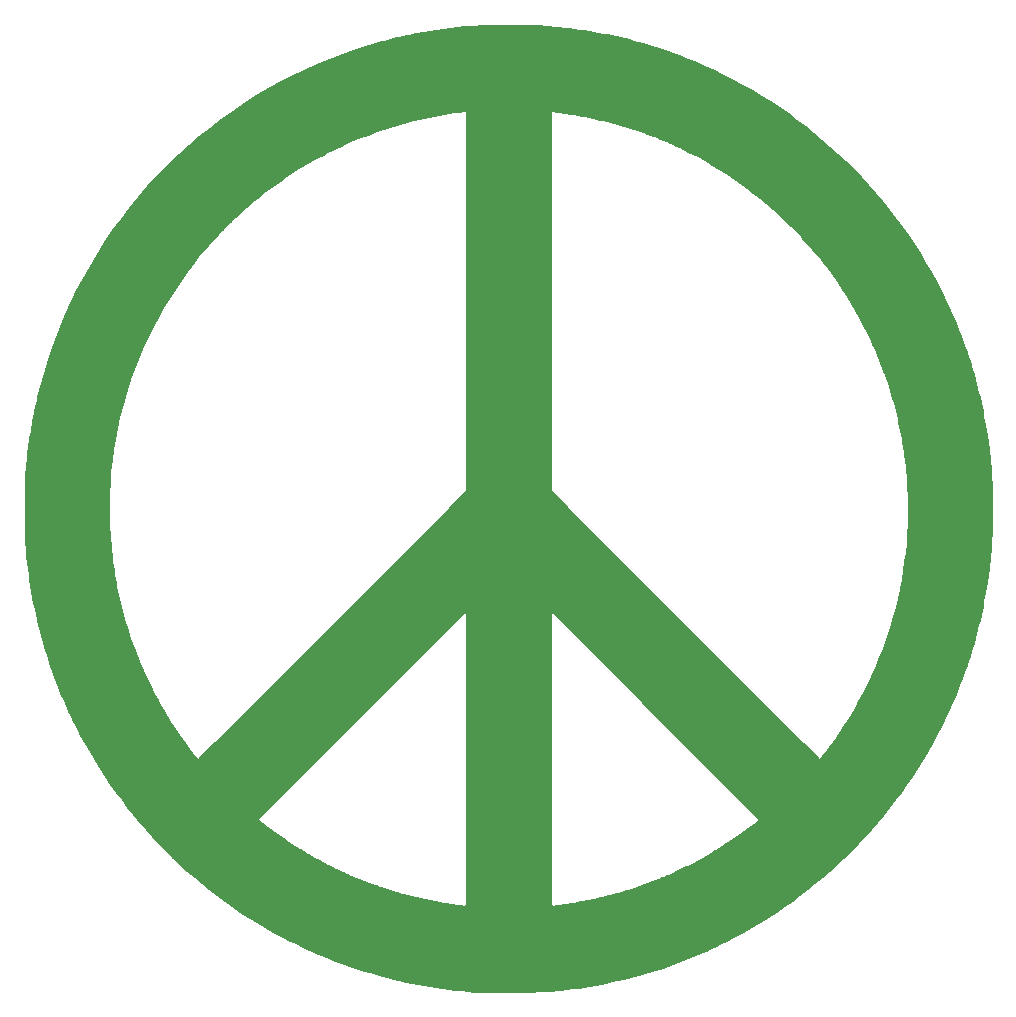
<source format=gbr>
%TF.GenerationSoftware,KiCad,Pcbnew,5.1.7-a382d34a8~88~ubuntu20.04.1*%
%TF.CreationDate,2020-12-12T17:02:25-08:00*%
%TF.ProjectId,peace-sign,70656163-652d-4736-9967-6e2e6b696361,rev?*%
%TF.SameCoordinates,Original*%
%TF.FileFunction,Copper,L1,Top*%
%TF.FilePolarity,Positive*%
%FSLAX46Y46*%
G04 Gerber Fmt 4.6, Leading zero omitted, Abs format (unit mm)*
G04 Created by KiCad (PCBNEW 5.1.7-a382d34a8~88~ubuntu20.04.1) date 2020-12-12 17:02:25*
%MOMM*%
%LPD*%
G01*
G04 APERTURE LIST*
%TA.AperFunction,NonConductor*%
%ADD10C,0.254000*%
%TD*%
%TA.AperFunction,NonConductor*%
%ADD11C,0.100000*%
%TD*%
G04 APERTURE END LIST*
D10*
X100349445Y-16317383D02*
X100618515Y-16318316D01*
X100884708Y-16320172D01*
X101146659Y-16322956D01*
X101403063Y-16326666D01*
X101653815Y-16331321D01*
X101897042Y-16336911D01*
X102132272Y-16343454D01*
X102358034Y-16350941D01*
X102573155Y-16359368D01*
X102777176Y-16368760D01*
X102968330Y-16379086D01*
X103146112Y-16390369D01*
X103308962Y-16402572D01*
X103456328Y-16415722D01*
X103890252Y-16459716D01*
X104318856Y-16506343D01*
X104741533Y-16555574D01*
X105158872Y-16607506D01*
X105570989Y-16662187D01*
X105978426Y-16719716D01*
X106380932Y-16780084D01*
X106779291Y-16843431D01*
X107173364Y-16909756D01*
X107563636Y-16979159D01*
X107950394Y-17051710D01*
X108333654Y-17127423D01*
X108713983Y-17206422D01*
X109091407Y-17288721D01*
X109466316Y-17374413D01*
X109838989Y-17463563D01*
X110209541Y-17556201D01*
X110578480Y-17652452D01*
X110945833Y-17752319D01*
X111311931Y-17855885D01*
X111677160Y-17963249D01*
X112041644Y-18074435D01*
X112405539Y-18189475D01*
X112769574Y-18308582D01*
X113133394Y-18431620D01*
X113497761Y-18558822D01*
X113862544Y-18690115D01*
X114228399Y-18825707D01*
X114595265Y-18965545D01*
X114963566Y-19109756D01*
X115333459Y-19258362D01*
X115704781Y-19411255D01*
X116545637Y-19772731D01*
X117376245Y-20152057D01*
X118196901Y-20549230D01*
X119007362Y-20964018D01*
X119807336Y-21396164D01*
X120596674Y-21845488D01*
X121374992Y-22311679D01*
X122142084Y-22794527D01*
X122897695Y-23293795D01*
X123641593Y-23809261D01*
X124373432Y-24340627D01*
X125093029Y-24887700D01*
X125800124Y-25450243D01*
X126494475Y-26028033D01*
X127175742Y-26620758D01*
X127843738Y-27228243D01*
X128498185Y-27850224D01*
X129138799Y-28486440D01*
X129765412Y-29136742D01*
X130377654Y-29800773D01*
X130975308Y-30478338D01*
X131558143Y-31169222D01*
X132125877Y-31873160D01*
X132678269Y-32589934D01*
X133215023Y-33319252D01*
X133735945Y-34060962D01*
X134240735Y-34814767D01*
X134729115Y-35580393D01*
X135200870Y-36357666D01*
X135655732Y-37146331D01*
X136093422Y-37946110D01*
X136513996Y-38757364D01*
X136697604Y-39125687D01*
X136877177Y-39494432D01*
X137052484Y-39863176D01*
X137223522Y-40231932D01*
X137390320Y-40600796D01*
X137552988Y-40970033D01*
X137711470Y-41339544D01*
X137865831Y-41709507D01*
X138016105Y-42080021D01*
X138162311Y-42451151D01*
X138304496Y-42823033D01*
X138442646Y-43195647D01*
X138576829Y-43569183D01*
X138707110Y-43943833D01*
X138833448Y-44319491D01*
X138955955Y-44696498D01*
X139074577Y-45074689D01*
X139189404Y-45454343D01*
X139300389Y-45835300D01*
X139407682Y-46218065D01*
X139511208Y-46602364D01*
X139611081Y-46988600D01*
X139707230Y-47376483D01*
X139799776Y-47766462D01*
X139888736Y-48158594D01*
X139974077Y-48552691D01*
X140055899Y-48949167D01*
X140134202Y-49347984D01*
X140209006Y-49749182D01*
X140280363Y-50152979D01*
X140348277Y-50559313D01*
X140412875Y-50968898D01*
X140446632Y-51190943D01*
X140478707Y-51405238D01*
X140509079Y-51612009D01*
X140537782Y-51811818D01*
X140564807Y-52004930D01*
X140590269Y-52192468D01*
X140614156Y-52374665D01*
X140636565Y-52552535D01*
X140657523Y-52726588D01*
X140677094Y-52897626D01*
X140695270Y-53065798D01*
X140712166Y-53232397D01*
X140727795Y-53397761D01*
X140742204Y-53562526D01*
X140755447Y-53727446D01*
X140767556Y-53893012D01*
X140778596Y-54060119D01*
X140788607Y-54229364D01*
X140797623Y-54401269D01*
X140805704Y-54576706D01*
X140812884Y-54756175D01*
X140819209Y-54940359D01*
X140824717Y-55129722D01*
X140829464Y-55325311D01*
X140833487Y-55527569D01*
X140836827Y-55736857D01*
X140839533Y-55954294D01*
X140841647Y-56180053D01*
X140843216Y-56415609D01*
X140844279Y-56660343D01*
X140844279Y-56660396D01*
X140844886Y-56916292D01*
X140845079Y-57182730D01*
X140844886Y-57449398D01*
X140844886Y-57449423D01*
X140844279Y-57705319D01*
X140843217Y-57950011D01*
X140841648Y-58185485D01*
X140839533Y-58411420D01*
X140836827Y-58628858D01*
X140833487Y-58838145D01*
X140829464Y-59040403D01*
X140824717Y-59235992D01*
X140819209Y-59425355D01*
X140812884Y-59609538D01*
X140805704Y-59789007D01*
X140797623Y-59964444D01*
X140788607Y-60136349D01*
X140778602Y-60305504D01*
X140767556Y-60472701D01*
X140755447Y-60638267D01*
X140742204Y-60803187D01*
X140727795Y-60967951D01*
X140712166Y-61133315D01*
X140695270Y-61299914D01*
X140677094Y-61468087D01*
X140657523Y-61639124D01*
X140636565Y-61813178D01*
X140614156Y-61991048D01*
X140590269Y-62173245D01*
X140564807Y-62360783D01*
X140537782Y-62553896D01*
X140509079Y-62753703D01*
X140478728Y-62960333D01*
X140446649Y-63174659D01*
X140412875Y-63396817D01*
X140348300Y-63806262D01*
X140280384Y-64212627D01*
X140209053Y-64616301D01*
X140134269Y-65017426D01*
X140055997Y-65416125D01*
X139974201Y-65812516D01*
X139888891Y-66206508D01*
X139799969Y-66598511D01*
X139707480Y-66988288D01*
X139611344Y-67376157D01*
X139511500Y-67762315D01*
X139408016Y-68146490D01*
X139300765Y-68529136D01*
X139189806Y-68910034D01*
X139074985Y-69289699D01*
X138956420Y-69667735D01*
X138833960Y-70044628D01*
X138707627Y-70420305D01*
X138577388Y-70794871D01*
X138443221Y-71168399D01*
X138305052Y-71541108D01*
X138162875Y-71913017D01*
X138016672Y-72284195D01*
X137866393Y-72654779D01*
X137712058Y-73024748D01*
X137553564Y-73394369D01*
X137390890Y-73763714D01*
X137224020Y-74132838D01*
X137052964Y-74501753D01*
X136877565Y-74870817D01*
X136697954Y-75239786D01*
X136514232Y-75608502D01*
X136139158Y-76334296D01*
X135750016Y-77051361D01*
X135346801Y-77759890D01*
X134929735Y-78459638D01*
X134498969Y-79150491D01*
X134054714Y-79832218D01*
X133597182Y-80504602D01*
X133126595Y-81167411D01*
X132643068Y-81820563D01*
X132146870Y-82463763D01*
X131638192Y-83096821D01*
X131117155Y-83719631D01*
X130584026Y-84331914D01*
X130039008Y-84933466D01*
X129482296Y-85524093D01*
X128914014Y-86103676D01*
X128334435Y-86671938D01*
X127743731Y-87228707D01*
X127142076Y-87773809D01*
X126529717Y-88306998D01*
X125906807Y-88828121D01*
X125273556Y-89336966D01*
X124630157Y-89833342D01*
X123976867Y-90317006D01*
X123313753Y-90787857D01*
X122641116Y-91245625D01*
X121959120Y-91690134D01*
X121268008Y-92121163D01*
X120567900Y-92538560D01*
X119858993Y-92942128D01*
X119141553Y-93331633D01*
X118415358Y-93707097D01*
X117983938Y-93921820D01*
X117552627Y-94130800D01*
X117121914Y-94333755D01*
X116691317Y-94530878D01*
X116260747Y-94722177D01*
X115829961Y-94907728D01*
X115398849Y-95087550D01*
X114967070Y-95261763D01*
X114534554Y-95430371D01*
X114100962Y-95593487D01*
X113666221Y-95751122D01*
X113229987Y-95903386D01*
X112792119Y-96050316D01*
X112352470Y-96191953D01*
X111910818Y-96328360D01*
X111466844Y-96459634D01*
X111020337Y-96585833D01*
X110571284Y-96706961D01*
X110119342Y-96823116D01*
X109664313Y-96934354D01*
X109206163Y-97040695D01*
X108744246Y-97142297D01*
X108278864Y-97239106D01*
X107809468Y-97331253D01*
X107336026Y-97418759D01*
X106858208Y-97501709D01*
X106375982Y-97580128D01*
X105888968Y-97654102D01*
X105397022Y-97723682D01*
X104899964Y-97788920D01*
X104397661Y-97849864D01*
X103890247Y-97906537D01*
X103789744Y-97916251D01*
X103670822Y-97925911D01*
X103534547Y-97935481D01*
X103382041Y-97944925D01*
X103214961Y-97954184D01*
X103034438Y-97963234D01*
X102842148Y-97972023D01*
X102638290Y-97980573D01*
X102425226Y-97988805D01*
X102203731Y-97996713D01*
X101975159Y-98004266D01*
X101740393Y-98011450D01*
X101501162Y-98018222D01*
X101501148Y-98018222D01*
X101257861Y-98024579D01*
X101012601Y-98030473D01*
X100766654Y-98035878D01*
X100766649Y-98035878D01*
X100520351Y-98040787D01*
X100275347Y-98045166D01*
X100033379Y-98048981D01*
X99794763Y-98052219D01*
X99561213Y-98054848D01*
X99334361Y-98056840D01*
X99114332Y-98058179D01*
X98903498Y-98058832D01*
X98702228Y-98058777D01*
X98512458Y-98057990D01*
X98334916Y-98056445D01*
X98171086Y-98054123D01*
X98022226Y-98051001D01*
X97889765Y-98047069D01*
X97775051Y-98042321D01*
X97681218Y-98036874D01*
X97676119Y-98036372D01*
X97674046Y-98036372D01*
X97124004Y-97995215D01*
X96572928Y-97947865D01*
X96026123Y-97894693D01*
X95483543Y-97835676D01*
X94945152Y-97770789D01*
X94410642Y-97699980D01*
X93880052Y-97623237D01*
X93353154Y-97540513D01*
X92829922Y-97451792D01*
X92310044Y-97357007D01*
X91793693Y-97256183D01*
X91280369Y-97149210D01*
X90770375Y-97036148D01*
X90263218Y-96916882D01*
X89758900Y-96791407D01*
X89257356Y-96659705D01*
X88758447Y-96521740D01*
X88261968Y-96377457D01*
X87767805Y-96226823D01*
X87275941Y-96069840D01*
X86786169Y-95906448D01*
X86298311Y-95736594D01*
X85812368Y-95560289D01*
X85328089Y-95377451D01*
X84845387Y-95188060D01*
X84364168Y-94992093D01*
X83884355Y-94789538D01*
X83405787Y-94580346D01*
X82928168Y-94364404D01*
X82451626Y-94141792D01*
X81975931Y-93912426D01*
X81501247Y-93676416D01*
X80781375Y-93303773D01*
X80069626Y-92916668D01*
X79365923Y-92515165D01*
X78670579Y-92099539D01*
X77983744Y-91669967D01*
X77305607Y-91226651D01*
X76636460Y-90769856D01*
X75976475Y-90299772D01*
X75325849Y-89816597D01*
X74684876Y-89320606D01*
X74053749Y-88812001D01*
X73432731Y-88291038D01*
X72821952Y-87757861D01*
X72221669Y-87212722D01*
X71632082Y-86655819D01*
X71053543Y-86087500D01*
X70486144Y-85507864D01*
X69930064Y-84917085D01*
X69385649Y-84315513D01*
X68853097Y-83703354D01*
X68674712Y-83489988D01*
X78691412Y-83489988D01*
X78692181Y-83497806D01*
X78692103Y-83505664D01*
X78693885Y-83515116D01*
X78694827Y-83524686D01*
X78697107Y-83532206D01*
X78698563Y-83539926D01*
X78702154Y-83548847D01*
X78704945Y-83558051D01*
X78708646Y-83564976D01*
X78711582Y-83572270D01*
X78716850Y-83580327D01*
X78721379Y-83588801D01*
X78726360Y-83594871D01*
X78730663Y-83601452D01*
X78737399Y-83608324D01*
X78743496Y-83615754D01*
X78756244Y-83626217D01*
X78992715Y-83824270D01*
X78992720Y-83824275D01*
X78992788Y-83824331D01*
X78999220Y-83829718D01*
X79000327Y-83830474D01*
X79126862Y-83933226D01*
X79127472Y-83933630D01*
X79127996Y-83934139D01*
X79129938Y-83935667D01*
X79288967Y-84059054D01*
X79288986Y-84059066D01*
X79290671Y-84060359D01*
X79379306Y-84127422D01*
X79379341Y-84127443D01*
X79380252Y-84128133D01*
X79474476Y-84198439D01*
X79474514Y-84198462D01*
X79475307Y-84199055D01*
X79574745Y-84272350D01*
X79574777Y-84272369D01*
X79575488Y-84272895D01*
X79679771Y-84348926D01*
X79679806Y-84348947D01*
X79680444Y-84349414D01*
X79789202Y-84427928D01*
X79789233Y-84427946D01*
X79789816Y-84428369D01*
X79902677Y-84509114D01*
X79902702Y-84509128D01*
X79903246Y-84509520D01*
X80019841Y-84592243D01*
X80019870Y-84592260D01*
X80020372Y-84592618D01*
X80140329Y-84677065D01*
X80140361Y-84677083D01*
X80140832Y-84677417D01*
X80263781Y-84763335D01*
X80263807Y-84763350D01*
X80264259Y-84763668D01*
X80389829Y-84850804D01*
X80389853Y-84850817D01*
X80390287Y-84851121D01*
X80518109Y-84939224D01*
X80518130Y-84939236D01*
X80518555Y-84939531D01*
X80648256Y-85028345D01*
X80648285Y-85028361D01*
X80648692Y-85028642D01*
X80779902Y-85117917D01*
X80779928Y-85117931D01*
X80780333Y-85118209D01*
X80912681Y-85207689D01*
X80912706Y-85207702D01*
X80913110Y-85207978D01*
X81046227Y-85297412D01*
X81046252Y-85297425D01*
X81046657Y-85297700D01*
X81180170Y-85386834D01*
X81180193Y-85386846D01*
X81180607Y-85387125D01*
X81314147Y-85475706D01*
X81314174Y-85475720D01*
X81314592Y-85476000D01*
X81447788Y-85563776D01*
X81447815Y-85563790D01*
X81448247Y-85564077D01*
X81580727Y-85650794D01*
X81580756Y-85650809D01*
X81581203Y-85651104D01*
X81712598Y-85736509D01*
X81712622Y-85736521D01*
X81713096Y-85736832D01*
X81843037Y-85820673D01*
X81843067Y-85820688D01*
X81843562Y-85821010D01*
X81971674Y-85903034D01*
X81971709Y-85903052D01*
X81972234Y-85903390D01*
X82098149Y-85983342D01*
X82098174Y-85983355D01*
X82098749Y-85983722D01*
X82222096Y-86061351D01*
X82222128Y-86061367D01*
X82222746Y-86061758D01*
X82343154Y-86136810D01*
X82343185Y-86136825D01*
X82343866Y-86137252D01*
X82460964Y-86209474D01*
X82461003Y-86209493D01*
X82461749Y-86209955D01*
X82575168Y-86279095D01*
X82575201Y-86279111D01*
X82576046Y-86279627D01*
X82685413Y-86345431D01*
X82685452Y-86345449D01*
X82686342Y-86345986D01*
X82798007Y-86412246D01*
X82798042Y-86412262D01*
X82798860Y-86412749D01*
X82913935Y-86480166D01*
X82913974Y-86480184D01*
X82914731Y-86480629D01*
X83032974Y-86549077D01*
X83033008Y-86549093D01*
X83033721Y-86549507D01*
X83154892Y-86618865D01*
X83154932Y-86618883D01*
X83155598Y-86619266D01*
X83279458Y-86689410D01*
X83279490Y-86689424D01*
X83280127Y-86689787D01*
X83406436Y-86760595D01*
X83406466Y-86760608D01*
X83407077Y-86760953D01*
X83535596Y-86832302D01*
X83535632Y-86832317D01*
X83536209Y-86832640D01*
X83666697Y-86904408D01*
X83666721Y-86904418D01*
X83667289Y-86904733D01*
X83799507Y-86976797D01*
X83799538Y-86976810D01*
X83800082Y-86977109D01*
X83933791Y-87049346D01*
X83933823Y-87049359D01*
X83934349Y-87049646D01*
X84069308Y-87121935D01*
X84069339Y-87121948D01*
X84069858Y-87122228D01*
X84205828Y-87194444D01*
X84205857Y-87194456D01*
X84206367Y-87194729D01*
X84343109Y-87266752D01*
X84343142Y-87266765D01*
X84343644Y-87267032D01*
X84480915Y-87338736D01*
X84480942Y-87338747D01*
X84481447Y-87339013D01*
X84619011Y-87410278D01*
X84619042Y-87410290D01*
X84619543Y-87410552D01*
X84757158Y-87481255D01*
X84757189Y-87481267D01*
X84757694Y-87481529D01*
X84895122Y-87551546D01*
X84895150Y-87551557D01*
X84895662Y-87551820D01*
X85032663Y-87621030D01*
X85032690Y-87621040D01*
X85033213Y-87621307D01*
X85169547Y-87689585D01*
X85169574Y-87689595D01*
X85170108Y-87689865D01*
X85305535Y-87757091D01*
X85305562Y-87757101D01*
X85306111Y-87757376D01*
X85440391Y-87823426D01*
X85440422Y-87823438D01*
X85440985Y-87823717D01*
X85573880Y-87888470D01*
X85573912Y-87888482D01*
X85574499Y-87888770D01*
X85705767Y-87952101D01*
X85705800Y-87952113D01*
X85706411Y-87952410D01*
X85835813Y-88014198D01*
X85835847Y-88014210D01*
X85836491Y-88014520D01*
X85963788Y-88074641D01*
X85963821Y-88074653D01*
X85964503Y-88074977D01*
X86089455Y-88133310D01*
X86089492Y-88133323D01*
X86090216Y-88133663D01*
X86212583Y-88190084D01*
X86212619Y-88190097D01*
X86213397Y-88190457D01*
X86332940Y-88244844D01*
X86332979Y-88244857D01*
X86333817Y-88245240D01*
X86450296Y-88297470D01*
X86450335Y-88297483D01*
X86451248Y-88297894D01*
X86564423Y-88347844D01*
X86564466Y-88347858D01*
X86565461Y-88348298D01*
X86675091Y-88395847D01*
X86675134Y-88395861D01*
X86676239Y-88396340D01*
X86782087Y-88441364D01*
X86782126Y-88441376D01*
X86783303Y-88441876D01*
X86876605Y-88480745D01*
X86876648Y-88480758D01*
X86877682Y-88481189D01*
X86976621Y-88521644D01*
X86976658Y-88521655D01*
X86977562Y-88522026D01*
X87081765Y-88563937D01*
X87081799Y-88563947D01*
X87082600Y-88564271D01*
X87191695Y-88607507D01*
X87191730Y-88607517D01*
X87192444Y-88607802D01*
X87306062Y-88652233D01*
X87306098Y-88652243D01*
X87306742Y-88652497D01*
X87424510Y-88697992D01*
X87424537Y-88697999D01*
X87425133Y-88698232D01*
X87546680Y-88744661D01*
X87546710Y-88744669D01*
X87547256Y-88744880D01*
X87672212Y-88792113D01*
X87672247Y-88792123D01*
X87672751Y-88792315D01*
X87800744Y-88840221D01*
X87800770Y-88840228D01*
X87801251Y-88840410D01*
X87931911Y-88888859D01*
X87931942Y-88888867D01*
X87932392Y-88889036D01*
X88065347Y-88937900D01*
X88065377Y-88937908D01*
X88065810Y-88938069D01*
X88200690Y-88987213D01*
X88200711Y-88987218D01*
X88201135Y-88987375D01*
X88337568Y-89036672D01*
X88337595Y-89036679D01*
X88338002Y-89036828D01*
X88475619Y-89086147D01*
X88475641Y-89086153D01*
X88476044Y-89086299D01*
X88614471Y-89135510D01*
X88614496Y-89135516D01*
X88614895Y-89135660D01*
X88753762Y-89184631D01*
X88753788Y-89184637D01*
X88754181Y-89184778D01*
X88893117Y-89233381D01*
X88893142Y-89233387D01*
X88893542Y-89233529D01*
X89032177Y-89281632D01*
X89032203Y-89281638D01*
X89032606Y-89281780D01*
X89170566Y-89329253D01*
X89170595Y-89329260D01*
X89171005Y-89329403D01*
X89307923Y-89376117D01*
X89307945Y-89376122D01*
X89308375Y-89376271D01*
X89443877Y-89422094D01*
X89443905Y-89422101D01*
X89444347Y-89422252D01*
X89578064Y-89467054D01*
X89578091Y-89467060D01*
X89578556Y-89467218D01*
X89710115Y-89510869D01*
X89710139Y-89510875D01*
X89710635Y-89511041D01*
X89839666Y-89553411D01*
X89839699Y-89553418D01*
X89840221Y-89553592D01*
X89966353Y-89594550D01*
X89966384Y-89594557D01*
X89966948Y-89594742D01*
X90089810Y-89634159D01*
X90089841Y-89634166D01*
X90090459Y-89634366D01*
X90209679Y-89672109D01*
X90209721Y-89672118D01*
X90210388Y-89672331D01*
X90325596Y-89708273D01*
X90325634Y-89708281D01*
X90326385Y-89708517D01*
X90437211Y-89742525D01*
X90437242Y-89742531D01*
X90438093Y-89742794D01*
X90544164Y-89774739D01*
X90544211Y-89774748D01*
X90545166Y-89775037D01*
X90646111Y-89804789D01*
X90646149Y-89804796D01*
X90647267Y-89805126D01*
X90742716Y-89832554D01*
X90742756Y-89832561D01*
X90744368Y-89833020D01*
X90873577Y-89868796D01*
X90873612Y-89868802D01*
X90875311Y-89869266D01*
X91015204Y-89906476D01*
X91015242Y-89906482D01*
X91016651Y-89906855D01*
X91166394Y-89945333D01*
X91166441Y-89945340D01*
X91167625Y-89945644D01*
X91326384Y-89985227D01*
X91326423Y-89985233D01*
X91327451Y-89985490D01*
X91494390Y-90026014D01*
X91494438Y-90026021D01*
X91495332Y-90026239D01*
X91669619Y-90067539D01*
X91669650Y-90067543D01*
X91670460Y-90067737D01*
X91851263Y-90109650D01*
X91851300Y-90109655D01*
X91852026Y-90109825D01*
X92038508Y-90152186D01*
X92038549Y-90152191D01*
X92039209Y-90152343D01*
X92230536Y-90194989D01*
X92230564Y-90194992D01*
X92231189Y-90195134D01*
X92426529Y-90237901D01*
X92426564Y-90237905D01*
X92427144Y-90238034D01*
X92625662Y-90280757D01*
X92625689Y-90280760D01*
X92626250Y-90280883D01*
X92827112Y-90323398D01*
X92827149Y-90323402D01*
X92827678Y-90323516D01*
X93030050Y-90365660D01*
X93030075Y-90365663D01*
X93030604Y-90365775D01*
X93233652Y-90407383D01*
X93233683Y-90407386D01*
X93234199Y-90407494D01*
X93437090Y-90448403D01*
X93437116Y-90448406D01*
X93437639Y-90448513D01*
X93639538Y-90488558D01*
X93639571Y-90488561D01*
X93640095Y-90488667D01*
X93840169Y-90527684D01*
X93840192Y-90527686D01*
X93840739Y-90527795D01*
X94038153Y-90565621D01*
X94038184Y-90565624D01*
X94038748Y-90565734D01*
X94232669Y-90602204D01*
X94232707Y-90602207D01*
X94233295Y-90602320D01*
X94422888Y-90637270D01*
X94422921Y-90637273D01*
X94423557Y-90637392D01*
X94607989Y-90670658D01*
X94608025Y-90670661D01*
X94608714Y-90670787D01*
X94787150Y-90702206D01*
X94787185Y-90702209D01*
X94787949Y-90702345D01*
X94959555Y-90731752D01*
X94959594Y-90731755D01*
X94960449Y-90731903D01*
X95124393Y-90759134D01*
X95124434Y-90759137D01*
X95125409Y-90759300D01*
X95280856Y-90784191D01*
X95280906Y-90784194D01*
X95282035Y-90784375D01*
X95428151Y-90806763D01*
X95428194Y-90806765D01*
X95429551Y-90806972D01*
X95565502Y-90826691D01*
X95565537Y-90826693D01*
X95567203Y-90826929D01*
X95691833Y-90843772D01*
X95691835Y-90843773D01*
X95691881Y-90843779D01*
X95692155Y-90843816D01*
X95692171Y-90843817D01*
X95694286Y-90844091D01*
X95807405Y-90857983D01*
X95807565Y-90857987D01*
X95807723Y-90858022D01*
X95810179Y-90858302D01*
X95910631Y-90869033D01*
X95912548Y-90869050D01*
X95914434Y-90869398D01*
X95916898Y-90869590D01*
X96071188Y-90880543D01*
X96074520Y-90880982D01*
X96276984Y-90887612D01*
X96288573Y-90888753D01*
X96303050Y-90887327D01*
X96317543Y-90886378D01*
X96320364Y-90885622D01*
X96323270Y-90885336D01*
X96337187Y-90881114D01*
X96351221Y-90877354D01*
X96353838Y-90876064D01*
X96356635Y-90875215D01*
X96369465Y-90868357D01*
X96382491Y-90861933D01*
X96384807Y-90860156D01*
X96387383Y-90858779D01*
X96398624Y-90849554D01*
X96410152Y-90840708D01*
X96412077Y-90838513D01*
X96414335Y-90836660D01*
X96423570Y-90825408D01*
X96433141Y-90814494D01*
X96434598Y-90811971D01*
X96436455Y-90809708D01*
X96443317Y-90796870D01*
X96450575Y-90784301D01*
X96451513Y-90781538D01*
X96452891Y-90778960D01*
X96457113Y-90765041D01*
X96461783Y-90751285D01*
X96462164Y-90748391D01*
X96463012Y-90745595D01*
X96464438Y-90731113D01*
X96466333Y-90716717D01*
X96465950Y-90710858D01*
X103513002Y-90710858D01*
X103516419Y-90745556D01*
X103526540Y-90778921D01*
X103542976Y-90809669D01*
X103565095Y-90836621D01*
X103592047Y-90858740D01*
X103622795Y-90875176D01*
X103656160Y-90885297D01*
X103682166Y-90887858D01*
X103690858Y-90888714D01*
X103699550Y-90887858D01*
X103876188Y-90887858D01*
X103883909Y-90887098D01*
X103992114Y-90877586D01*
X103994268Y-90877182D01*
X103996458Y-90877150D01*
X103998911Y-90876856D01*
X104126057Y-90860711D01*
X104126082Y-90860705D01*
X104128078Y-90860443D01*
X104247820Y-90843835D01*
X104247864Y-90843825D01*
X104248979Y-90843670D01*
X104386863Y-90823615D01*
X104386898Y-90823606D01*
X104387623Y-90823503D01*
X104488400Y-90808398D01*
X104488428Y-90808391D01*
X104488922Y-90808319D01*
X104595925Y-90791954D01*
X104595951Y-90791947D01*
X104596398Y-90791881D01*
X104708892Y-90774365D01*
X104708916Y-90774359D01*
X104709332Y-90774296D01*
X104826582Y-90755736D01*
X104826602Y-90755731D01*
X104826998Y-90755670D01*
X104948271Y-90736178D01*
X104948288Y-90736174D01*
X104948676Y-90736113D01*
X105073235Y-90715797D01*
X105073257Y-90715791D01*
X105073637Y-90715731D01*
X105200748Y-90694698D01*
X105200772Y-90694692D01*
X105201149Y-90694631D01*
X105324137Y-90673990D01*
X105335479Y-90672873D01*
X105341603Y-90671015D01*
X105583287Y-90629524D01*
X105583330Y-90629512D01*
X105584202Y-90629364D01*
X105833555Y-90585207D01*
X105833594Y-90585196D01*
X105834501Y-90585037D01*
X106080807Y-90540038D01*
X106080845Y-90540027D01*
X106081783Y-90539857D01*
X106325202Y-90493972D01*
X106325244Y-90493960D01*
X106326209Y-90493779D01*
X106566901Y-90446963D01*
X106566940Y-90446951D01*
X106567935Y-90446759D01*
X106806058Y-90398970D01*
X106806104Y-90398956D01*
X106807118Y-90398753D01*
X107042832Y-90349946D01*
X107042869Y-90349935D01*
X107043917Y-90349718D01*
X107277382Y-90299850D01*
X107277421Y-90299838D01*
X107278489Y-90299610D01*
X107509862Y-90248637D01*
X107509906Y-90248623D01*
X107510991Y-90248384D01*
X107740433Y-90196262D01*
X107740470Y-90196250D01*
X107741581Y-90195998D01*
X107969249Y-90142683D01*
X107969295Y-90142667D01*
X107970412Y-90142406D01*
X108196469Y-90087856D01*
X108196507Y-90087843D01*
X108197647Y-90087568D01*
X108422249Y-90031737D01*
X108422291Y-90031722D01*
X108423438Y-90031437D01*
X108646745Y-89974282D01*
X108646786Y-89974267D01*
X108647942Y-89973971D01*
X108870114Y-89915449D01*
X108870156Y-89915433D01*
X108871318Y-89915127D01*
X109092514Y-89855194D01*
X109092559Y-89855177D01*
X109093720Y-89854862D01*
X109314098Y-89793474D01*
X109314135Y-89793460D01*
X109315306Y-89793133D01*
X109535026Y-89730246D01*
X109535063Y-89730232D01*
X109536231Y-89729897D01*
X109755453Y-89665468D01*
X109755495Y-89665451D01*
X109756653Y-89665110D01*
X109975535Y-89599096D01*
X109975578Y-89599078D01*
X109976729Y-89598731D01*
X110195430Y-89531085D01*
X110195474Y-89531067D01*
X110196611Y-89530715D01*
X110415292Y-89461396D01*
X110415331Y-89461379D01*
X110416461Y-89461021D01*
X110635279Y-89389985D01*
X110635320Y-89389967D01*
X110636432Y-89389606D01*
X110855549Y-89316808D01*
X110855587Y-89316791D01*
X110856683Y-89316427D01*
X111076255Y-89241825D01*
X111076296Y-89241806D01*
X111077370Y-89241442D01*
X111297559Y-89164991D01*
X111297597Y-89164974D01*
X111298652Y-89164608D01*
X111519615Y-89086263D01*
X111519650Y-89086246D01*
X111520682Y-89085881D01*
X111742579Y-89005602D01*
X111742618Y-89005584D01*
X111743622Y-89005221D01*
X111966612Y-88922961D01*
X111966646Y-88922944D01*
X111967626Y-88922584D01*
X112191869Y-88838301D01*
X112191911Y-88838280D01*
X112192854Y-88837927D01*
X112418509Y-88751577D01*
X112418548Y-88751557D01*
X112419464Y-88751208D01*
X112646690Y-88662747D01*
X112646722Y-88662731D01*
X112647952Y-88662251D01*
X112769391Y-88613899D01*
X112769430Y-88613879D01*
X112770845Y-88613312D01*
X112897377Y-88561629D01*
X112897414Y-88561609D01*
X112898677Y-88561092D01*
X113029966Y-88506245D01*
X113030000Y-88506226D01*
X113031138Y-88505751D01*
X113166850Y-88447907D01*
X113166894Y-88447883D01*
X113167918Y-88447447D01*
X113307717Y-88386773D01*
X113307755Y-88386752D01*
X113308697Y-88386344D01*
X113452250Y-88323007D01*
X113452285Y-88322987D01*
X113453159Y-88322603D01*
X113600129Y-88256770D01*
X113600165Y-88256750D01*
X113600976Y-88256388D01*
X113751032Y-88188225D01*
X113751067Y-88188204D01*
X113751827Y-88187861D01*
X113904632Y-88117536D01*
X113904664Y-88117517D01*
X113905386Y-88117187D01*
X114060605Y-88044867D01*
X114060637Y-88044848D01*
X114061322Y-88044531D01*
X114218621Y-87970383D01*
X114218655Y-87970363D01*
X114219310Y-87970056D01*
X114378355Y-87894246D01*
X114378381Y-87894230D01*
X114379020Y-87893928D01*
X114539476Y-87816624D01*
X114539508Y-87816604D01*
X114540122Y-87816311D01*
X114701654Y-87737680D01*
X114701685Y-87737661D01*
X114702285Y-87737371D01*
X114864558Y-87657580D01*
X114864585Y-87657563D01*
X114865180Y-87657273D01*
X115027861Y-87576488D01*
X115027890Y-87576470D01*
X115028478Y-87576180D01*
X115191229Y-87494569D01*
X115191256Y-87494552D01*
X115191843Y-87494260D01*
X115354333Y-87411990D01*
X115354362Y-87411972D01*
X115354948Y-87411677D01*
X115516841Y-87328914D01*
X115516869Y-87328896D01*
X115517462Y-87328595D01*
X115678423Y-87245507D01*
X115678450Y-87245490D01*
X115679052Y-87245181D01*
X115838747Y-87161935D01*
X115838779Y-87161914D01*
X115839389Y-87161598D01*
X115997483Y-87078361D01*
X115997508Y-87078344D01*
X115998144Y-87078012D01*
X116154302Y-86994950D01*
X116154335Y-86994928D01*
X116154984Y-86994585D01*
X116308872Y-86911866D01*
X116308901Y-86911847D01*
X116309581Y-86911483D01*
X116460864Y-86829274D01*
X116460896Y-86829252D01*
X116461607Y-86828868D01*
X116609950Y-86747335D01*
X116609983Y-86747312D01*
X116610731Y-86746903D01*
X116755800Y-86666214D01*
X116755836Y-86666189D01*
X116756628Y-86665750D01*
X116898089Y-86586072D01*
X116898119Y-86586051D01*
X116898975Y-86585570D01*
X117036491Y-86507069D01*
X117036523Y-86507046D01*
X117037440Y-86506524D01*
X117170678Y-86429368D01*
X117170715Y-86429341D01*
X117171707Y-86428767D01*
X117300334Y-86353122D01*
X117300371Y-86353095D01*
X117301453Y-86352458D01*
X117425132Y-86278493D01*
X117425163Y-86278470D01*
X117426269Y-86277808D01*
X117524794Y-86217878D01*
X117524828Y-86217852D01*
X117525755Y-86217289D01*
X117629162Y-86153483D01*
X117629195Y-86153458D01*
X117630001Y-86152962D01*
X117737877Y-86085565D01*
X117737910Y-86085540D01*
X117738620Y-86085098D01*
X117850556Y-86014391D01*
X117850585Y-86014368D01*
X117851222Y-86013968D01*
X117966809Y-85940233D01*
X117966838Y-85940210D01*
X117967411Y-85939847D01*
X118086238Y-85863367D01*
X118086267Y-85863344D01*
X118086791Y-85863009D01*
X118208448Y-85784066D01*
X118208477Y-85784043D01*
X118208958Y-85783733D01*
X118333034Y-85702611D01*
X118333057Y-85702592D01*
X118333514Y-85702296D01*
X118459599Y-85619276D01*
X118459617Y-85619261D01*
X118460051Y-85618978D01*
X118587735Y-85534344D01*
X118587759Y-85534324D01*
X118588166Y-85534057D01*
X118717038Y-85448092D01*
X118717061Y-85448074D01*
X118717453Y-85447814D01*
X118847104Y-85360799D01*
X118847119Y-85360787D01*
X118847508Y-85360528D01*
X118977528Y-85272745D01*
X118977546Y-85272730D01*
X118977924Y-85272477D01*
X119107901Y-85184212D01*
X119107916Y-85184199D01*
X119108294Y-85183945D01*
X119237819Y-85095478D01*
X119237840Y-85095461D01*
X119238210Y-85095210D01*
X119366873Y-85006825D01*
X119366896Y-85006806D01*
X119367270Y-85006551D01*
X119494660Y-84918530D01*
X119494684Y-84918509D01*
X119495063Y-84918250D01*
X119620770Y-84830875D01*
X119620789Y-84830859D01*
X119621185Y-84830586D01*
X119744799Y-84744140D01*
X119744815Y-84744126D01*
X119745232Y-84743837D01*
X119866343Y-84658603D01*
X119866367Y-84658582D01*
X119866797Y-84658282D01*
X119984994Y-84574542D01*
X119985012Y-84574526D01*
X119985475Y-84574201D01*
X120100348Y-84492239D01*
X120100370Y-84492220D01*
X120100867Y-84491868D01*
X120212007Y-84411965D01*
X120212034Y-84411941D01*
X120212569Y-84411559D01*
X120319564Y-84333998D01*
X120319595Y-84333971D01*
X120320181Y-84333548D01*
X120422622Y-84258612D01*
X120422646Y-84258591D01*
X120423310Y-84258107D01*
X120520786Y-84186079D01*
X120520818Y-84186050D01*
X120521562Y-84185502D01*
X120613664Y-84116664D01*
X120613694Y-84116637D01*
X120614555Y-84115994D01*
X120700871Y-84050629D01*
X120700905Y-84050597D01*
X120701910Y-84049836D01*
X120782031Y-83988226D01*
X120782034Y-83988223D01*
X120782039Y-83988220D01*
X120783987Y-83986700D01*
X120924002Y-83875877D01*
X120924347Y-83875545D01*
X120924750Y-83875282D01*
X120926668Y-83873724D01*
X120979603Y-83830132D01*
X120980210Y-83829718D01*
X121223222Y-83626187D01*
X121235932Y-83615754D01*
X121242025Y-83608329D01*
X121248766Y-83601452D01*
X121253069Y-83594871D01*
X121258050Y-83588801D01*
X121262582Y-83580321D01*
X121267846Y-83572270D01*
X121270779Y-83564983D01*
X121274484Y-83558051D01*
X121277276Y-83548843D01*
X121280865Y-83539927D01*
X121282321Y-83532206D01*
X121284601Y-83524686D01*
X121285543Y-83515116D01*
X121287325Y-83505664D01*
X121287247Y-83497806D01*
X121288016Y-83489988D01*
X121287073Y-83480418D01*
X121286977Y-83470800D01*
X121285368Y-83463112D01*
X121284597Y-83455289D01*
X121281803Y-83446080D01*
X121279834Y-83436674D01*
X121276757Y-83429451D01*
X121274474Y-83421926D01*
X121269935Y-83413436D01*
X121266170Y-83404597D01*
X121261744Y-83398115D01*
X121258036Y-83391178D01*
X121251928Y-83383736D01*
X121246511Y-83375802D01*
X121234774Y-83364297D01*
X112522994Y-74653710D01*
X103822156Y-65954066D01*
X103816620Y-65947321D01*
X103809867Y-65941779D01*
X103809860Y-65941772D01*
X103800507Y-65934098D01*
X103789668Y-65925202D01*
X103789663Y-65925199D01*
X103789659Y-65925196D01*
X103774909Y-65917313D01*
X103758920Y-65908766D01*
X103758912Y-65908764D01*
X103758909Y-65908762D01*
X103751533Y-65906525D01*
X103725555Y-65898645D01*
X103690858Y-65895228D01*
X103690847Y-65895229D01*
X103690846Y-65895229D01*
X103688744Y-65895436D01*
X103656160Y-65898645D01*
X103622795Y-65908766D01*
X103622786Y-65908771D01*
X103622785Y-65908771D01*
X103617475Y-65911610D01*
X103592047Y-65925202D01*
X103592041Y-65925207D01*
X103592037Y-65925209D01*
X103579720Y-65935319D01*
X103565095Y-65947322D01*
X103565087Y-65947330D01*
X103556560Y-65957722D01*
X103542976Y-65974274D01*
X103542973Y-65974279D01*
X103542970Y-65974283D01*
X103537362Y-65984776D01*
X103526540Y-66005022D01*
X103526538Y-66005030D01*
X103526536Y-66005033D01*
X103526536Y-66005034D01*
X103516419Y-66038387D01*
X103513858Y-66064393D01*
X103513858Y-66064409D01*
X103513003Y-66073096D01*
X103513858Y-66081771D01*
X103513859Y-78383270D01*
X103513858Y-78383280D01*
X103513859Y-90702156D01*
X103513002Y-90710858D01*
X96465950Y-90710858D01*
X96465573Y-90705115D01*
X96465573Y-66081772D01*
X96466428Y-66073097D01*
X96465573Y-66064410D01*
X96465573Y-66064392D01*
X96463012Y-66038386D01*
X96452891Y-66005021D01*
X96437662Y-65976531D01*
X96436461Y-65974283D01*
X96436459Y-65974281D01*
X96436455Y-65974273D01*
X96419157Y-65953196D01*
X96414344Y-65947330D01*
X96414342Y-65947328D01*
X96414336Y-65947321D01*
X96395987Y-65932262D01*
X96387394Y-65925209D01*
X96387390Y-65925207D01*
X96387384Y-65925202D01*
X96361956Y-65911610D01*
X96356646Y-65908771D01*
X96356645Y-65908771D01*
X96356636Y-65908766D01*
X96323271Y-65898645D01*
X96289580Y-65895327D01*
X96288584Y-65895229D01*
X96288573Y-65895228D01*
X96253876Y-65898645D01*
X96231271Y-65905502D01*
X96220521Y-65908762D01*
X96220517Y-65908764D01*
X96220511Y-65908766D01*
X96207041Y-65915966D01*
X96189771Y-65925196D01*
X96189765Y-65925201D01*
X96189763Y-65925202D01*
X96185015Y-65929099D01*
X96169569Y-65941773D01*
X96169559Y-65941783D01*
X96162811Y-65947321D01*
X96157281Y-65954059D01*
X87459924Y-74650222D01*
X87459915Y-74650230D01*
X78744755Y-83364198D01*
X78732917Y-83375802D01*
X78727493Y-83383747D01*
X78721392Y-83391179D01*
X78717689Y-83398106D01*
X78713257Y-83404597D01*
X78709486Y-83413450D01*
X78704954Y-83421927D01*
X78702675Y-83429439D01*
X78699593Y-83436674D01*
X78697621Y-83446098D01*
X78694832Y-83455290D01*
X78694062Y-83463102D01*
X78692451Y-83470800D01*
X78692355Y-83480421D01*
X78691412Y-83489988D01*
X68674712Y-83489988D01*
X68332562Y-83080746D01*
X67824288Y-82447940D01*
X67328506Y-81805166D01*
X66845492Y-81152723D01*
X66375371Y-80490704D01*
X65918452Y-79819452D01*
X65474861Y-79139055D01*
X65044890Y-78449839D01*
X64628760Y-77752030D01*
X64226636Y-77045757D01*
X63838766Y-76331286D01*
X63465223Y-75608556D01*
X63246355Y-75168244D01*
X63033301Y-74727315D01*
X62826230Y-74286043D01*
X62625093Y-73844275D01*
X62429795Y-73401744D01*
X62240396Y-72958537D01*
X62056689Y-72514120D01*
X61878806Y-72068766D01*
X61706607Y-71622084D01*
X61540088Y-71174034D01*
X61379138Y-70724269D01*
X61223816Y-70272937D01*
X61073971Y-69819564D01*
X60929659Y-69364305D01*
X60790757Y-68906754D01*
X60657278Y-68446941D01*
X60529141Y-67984588D01*
X60406330Y-67519632D01*
X60288797Y-67051912D01*
X60176482Y-66581190D01*
X60069370Y-66107441D01*
X59967408Y-65630467D01*
X59870543Y-65150055D01*
X59778737Y-64666080D01*
X59691980Y-64178552D01*
X59610178Y-63687043D01*
X59533323Y-63191568D01*
X59461368Y-62691974D01*
X59394271Y-62188084D01*
X59331996Y-61679792D01*
X59274485Y-61166811D01*
X59221767Y-60649662D01*
X59210668Y-60522582D01*
X59200255Y-60378049D01*
X59190498Y-60216560D01*
X59181444Y-60039814D01*
X59173090Y-59848792D01*
X59165452Y-59644880D01*
X59158535Y-59429332D01*
X59152330Y-59202945D01*
X59146856Y-58967552D01*
X59142109Y-58724033D01*
X59138083Y-58473309D01*
X59134786Y-58216946D01*
X59132218Y-57956186D01*
X59130372Y-57691217D01*
X59130372Y-57691216D01*
X59129259Y-57424943D01*
X59128871Y-57156831D01*
X59129213Y-56889146D01*
X59129765Y-56751488D01*
X66066801Y-56751488D01*
X66067541Y-57668540D01*
X66067661Y-57669751D01*
X66067559Y-57670970D01*
X66067613Y-57673441D01*
X66093781Y-58591357D01*
X66093936Y-58592580D01*
X66093868Y-58593809D01*
X66093990Y-58596277D01*
X66145761Y-59514511D01*
X66145951Y-59515736D01*
X66145917Y-59516984D01*
X66146108Y-59519447D01*
X66223658Y-60437456D01*
X66223885Y-60438690D01*
X66223886Y-60439946D01*
X66224146Y-60442404D01*
X66327651Y-61359638D01*
X66327744Y-61360076D01*
X66327753Y-61360518D01*
X66328059Y-61362970D01*
X66374861Y-61717274D01*
X66374869Y-61717307D01*
X66375097Y-61718996D01*
X66425209Y-62071638D01*
X66425217Y-62071672D01*
X66425464Y-62073371D01*
X66478894Y-62424386D01*
X66478901Y-62424413D01*
X66479168Y-62426130D01*
X66535926Y-62775551D01*
X66535935Y-62775585D01*
X66536220Y-62777305D01*
X66596318Y-63125168D01*
X66596327Y-63125200D01*
X66596631Y-63126930D01*
X66660078Y-63473268D01*
X66660089Y-63473307D01*
X66660412Y-63475038D01*
X66727220Y-63819885D01*
X66727229Y-63819915D01*
X66727573Y-63821660D01*
X66797750Y-64165051D01*
X66797761Y-64165085D01*
X66798124Y-64166833D01*
X66871681Y-64508804D01*
X66871692Y-64508837D01*
X66872075Y-64510590D01*
X66949022Y-64851172D01*
X66949033Y-64851205D01*
X66949436Y-64852961D01*
X67029785Y-65192192D01*
X67029796Y-65192224D01*
X67030219Y-65193982D01*
X67113979Y-65531895D01*
X67113990Y-65531927D01*
X67114433Y-65533686D01*
X67201615Y-65870315D01*
X67201627Y-65870348D01*
X67202089Y-65872106D01*
X67292702Y-66207485D01*
X67292712Y-66207511D01*
X67293195Y-66209275D01*
X67387250Y-66543439D01*
X67387261Y-66543468D01*
X67387763Y-66545226D01*
X67485270Y-66878210D01*
X67485282Y-66878240D01*
X67485802Y-66879992D01*
X67586772Y-67211830D01*
X67586784Y-67211859D01*
X67587323Y-67213607D01*
X67691765Y-67544333D01*
X67691778Y-67544363D01*
X67692335Y-67546105D01*
X67800261Y-67875753D01*
X67800274Y-67875782D01*
X67800849Y-67877516D01*
X67912267Y-68206122D01*
X67912282Y-68206156D01*
X67912873Y-68207877D01*
X68027795Y-68535475D01*
X68027808Y-68535503D01*
X68028418Y-68537220D01*
X68146854Y-68863842D01*
X68146865Y-68863865D01*
X68147493Y-68865577D01*
X68269453Y-69191261D01*
X68269469Y-69191293D01*
X68270109Y-69192984D01*
X68395603Y-69517761D01*
X68395615Y-69517786D01*
X68396274Y-69519472D01*
X68525313Y-69843379D01*
X68525329Y-69843411D01*
X68526000Y-69845076D01*
X68658593Y-70168145D01*
X68658608Y-70168174D01*
X68659294Y-70169828D01*
X68795455Y-70492096D01*
X68795469Y-70492122D01*
X68796169Y-70493762D01*
X68935903Y-70815262D01*
X68935918Y-70815290D01*
X68936630Y-70816913D01*
X69079950Y-71137679D01*
X69079968Y-71137711D01*
X69080690Y-71139313D01*
X69227606Y-71459380D01*
X69227626Y-71459414D01*
X69228358Y-71460996D01*
X69378881Y-71780398D01*
X69378898Y-71780427D01*
X69379643Y-71781995D01*
X69533782Y-72100767D01*
X69533806Y-72100806D01*
X69534393Y-72102017D01*
X69629424Y-72294669D01*
X69629450Y-72294710D01*
X69629885Y-72295595D01*
X69725618Y-72486843D01*
X69725638Y-72486875D01*
X69726089Y-72487778D01*
X69822554Y-72677670D01*
X69822577Y-72677706D01*
X69823038Y-72678615D01*
X69920266Y-72867204D01*
X69920293Y-72867245D01*
X69920761Y-72868155D01*
X70018785Y-73055492D01*
X70018808Y-73055526D01*
X70019290Y-73056450D01*
X70118141Y-73242586D01*
X70118161Y-73242617D01*
X70118657Y-73243551D01*
X70218367Y-73428535D01*
X70218390Y-73428569D01*
X70218893Y-73429504D01*
X70319493Y-73613390D01*
X70319518Y-73613427D01*
X70320029Y-73614362D01*
X70421549Y-73797197D01*
X70421574Y-73797233D01*
X70422095Y-73798173D01*
X70524569Y-73980010D01*
X70524596Y-73980048D01*
X70525124Y-73980987D01*
X70628582Y-74161877D01*
X70628606Y-74161911D01*
X70629145Y-74162855D01*
X70733619Y-74342848D01*
X70733645Y-74342885D01*
X70734191Y-74343825D01*
X70839712Y-74522972D01*
X70839734Y-74523002D01*
X70840291Y-74523949D01*
X70946891Y-74702301D01*
X70946919Y-74702338D01*
X70947478Y-74703276D01*
X71055189Y-74880884D01*
X71055217Y-74880921D01*
X71055783Y-74881855D01*
X71164634Y-75058769D01*
X71164663Y-75058807D01*
X71165234Y-75059736D01*
X71275259Y-75236008D01*
X71275284Y-75236041D01*
X71275864Y-75236971D01*
X71387094Y-75412650D01*
X71387121Y-75412685D01*
X71387704Y-75413606D01*
X71500171Y-75588746D01*
X71500200Y-75588782D01*
X71500785Y-75589695D01*
X71614519Y-75764343D01*
X71614547Y-75764377D01*
X71615137Y-75765285D01*
X71730170Y-75939494D01*
X71730196Y-75939527D01*
X71730790Y-75940427D01*
X71847155Y-76114248D01*
X71847182Y-76114281D01*
X71847777Y-76115171D01*
X71965503Y-76288653D01*
X71965531Y-76288686D01*
X71966128Y-76289567D01*
X72085248Y-76462762D01*
X72085274Y-76462793D01*
X72085873Y-76463665D01*
X72206418Y-76636624D01*
X72206442Y-76636652D01*
X72207043Y-76637516D01*
X72329045Y-76810288D01*
X72329071Y-76810318D01*
X72329669Y-76811167D01*
X72453159Y-76983806D01*
X72453183Y-76983833D01*
X72453782Y-76984673D01*
X72578792Y-77157228D01*
X72578823Y-77157264D01*
X72579414Y-77158080D01*
X72705974Y-77330602D01*
X72706004Y-77330635D01*
X72706593Y-77331440D01*
X72834736Y-77503980D01*
X72834765Y-77504012D01*
X72835352Y-77504804D01*
X72965109Y-77677412D01*
X72965134Y-77677439D01*
X72965720Y-77678221D01*
X73092021Y-77844243D01*
X73092146Y-77844444D01*
X73096981Y-77850762D01*
X73097123Y-77850949D01*
X73097128Y-77850954D01*
X73522953Y-78407419D01*
X73524380Y-78410089D01*
X73533503Y-78421206D01*
X73536978Y-78425747D01*
X73539049Y-78427965D01*
X73546498Y-78437041D01*
X73550911Y-78440663D01*
X73554816Y-78444843D01*
X73564371Y-78451709D01*
X73573450Y-78459160D01*
X73578486Y-78461852D01*
X73583130Y-78465189D01*
X73593836Y-78470057D01*
X73604199Y-78475596D01*
X73609667Y-78477255D01*
X73614869Y-78479620D01*
X73626312Y-78482304D01*
X73637563Y-78485717D01*
X73643251Y-78486277D01*
X73648814Y-78487582D01*
X73660561Y-78487982D01*
X73672261Y-78489134D01*
X73677951Y-78488574D01*
X73683660Y-78488768D01*
X73695257Y-78486869D01*
X73706959Y-78485717D01*
X73712428Y-78484058D01*
X73718067Y-78483135D01*
X73729069Y-78479010D01*
X73740323Y-78475597D01*
X73745367Y-78472901D01*
X73750715Y-78470896D01*
X73760698Y-78464706D01*
X73771072Y-78459161D01*
X73775493Y-78455533D01*
X73780347Y-78452523D01*
X73788935Y-78444501D01*
X73791272Y-78442583D01*
X73795295Y-78438560D01*
X73805826Y-78428723D01*
X73807597Y-78426258D01*
X85111719Y-67122310D01*
X85111723Y-67122306D01*
X96407592Y-55826614D01*
X96414335Y-55821080D01*
X96419870Y-55814336D01*
X96419876Y-55814330D01*
X96436454Y-55794130D01*
X96448529Y-55771540D01*
X96452891Y-55763380D01*
X96463012Y-55730015D01*
X96465573Y-55704009D01*
X96465573Y-55704001D01*
X96466428Y-55695319D01*
X96466393Y-55694959D01*
X103513003Y-55694959D01*
X103513859Y-55703656D01*
X103513859Y-55703660D01*
X103514087Y-55705974D01*
X103516418Y-55729657D01*
X103516420Y-55729662D01*
X103516420Y-55729666D01*
X103520081Y-55741735D01*
X103526537Y-55763022D01*
X103526540Y-55763027D01*
X103526541Y-55763031D01*
X103529426Y-55768428D01*
X103542971Y-55793772D01*
X103559548Y-55813973D01*
X103559558Y-55813983D01*
X103565096Y-55820731D01*
X103571837Y-55826263D01*
X114862547Y-67118125D01*
X114862548Y-67118126D01*
X126171188Y-78427921D01*
X126182657Y-78439622D01*
X126190588Y-78445037D01*
X126198038Y-78451152D01*
X126204974Y-78454860D01*
X126211451Y-78459282D01*
X126220295Y-78463050D01*
X126228787Y-78467589D01*
X126236304Y-78469870D01*
X126243528Y-78472947D01*
X126252943Y-78474918D01*
X126262150Y-78477711D01*
X126269969Y-78478481D01*
X126277654Y-78480090D01*
X126287274Y-78480187D01*
X126296848Y-78481130D01*
X126304660Y-78480361D01*
X126312517Y-78480440D01*
X126321972Y-78478657D01*
X126331547Y-78477715D01*
X126339068Y-78475434D01*
X126346780Y-78473980D01*
X126355699Y-78470390D01*
X126364912Y-78467596D01*
X126371840Y-78463893D01*
X126379123Y-78460962D01*
X126387173Y-78455699D01*
X126395662Y-78451162D01*
X126401735Y-78446178D01*
X126408306Y-78441882D01*
X126415178Y-78435147D01*
X126422614Y-78429044D01*
X126433100Y-78416269D01*
X126636572Y-78173341D01*
X126637906Y-78171387D01*
X126707648Y-78083466D01*
X126707854Y-78083147D01*
X126708121Y-78082868D01*
X126709634Y-78080915D01*
X126773480Y-77997336D01*
X126773502Y-77997300D01*
X126774250Y-77996321D01*
X126850782Y-77894623D01*
X126850800Y-77894593D01*
X126851313Y-77893914D01*
X126938864Y-77776356D01*
X126938881Y-77776328D01*
X126939205Y-77775896D01*
X127002870Y-77689832D01*
X127002884Y-77689808D01*
X127003104Y-77689514D01*
X127070428Y-77598077D01*
X127070439Y-77598059D01*
X127070638Y-77597791D01*
X127141128Y-77501651D01*
X127141140Y-77501631D01*
X127141320Y-77501388D01*
X127214482Y-77401217D01*
X127214489Y-77401205D01*
X127214667Y-77400964D01*
X127290004Y-77297431D01*
X127290014Y-77297414D01*
X127290181Y-77297187D01*
X127367201Y-77190962D01*
X127367210Y-77190946D01*
X127367376Y-77190720D01*
X127445583Y-77082473D01*
X127445593Y-77082456D01*
X127445758Y-77082230D01*
X127524657Y-76972634D01*
X127524668Y-76972616D01*
X127524837Y-76972383D01*
X127600590Y-76866769D01*
X127607988Y-76857755D01*
X127611257Y-76851640D01*
X128056618Y-76213573D01*
X128057046Y-76212810D01*
X128057611Y-76212136D01*
X128058991Y-76210086D01*
X128494291Y-75553646D01*
X128494696Y-75552882D01*
X128495239Y-75552202D01*
X128496570Y-75550120D01*
X128915707Y-74884280D01*
X128916091Y-74883512D01*
X128916612Y-74882827D01*
X128917893Y-74880714D01*
X129320776Y-74205839D01*
X129321138Y-74205071D01*
X129321638Y-74204380D01*
X129322869Y-74202237D01*
X129709405Y-73518691D01*
X129709748Y-73517918D01*
X129710225Y-73517224D01*
X129711406Y-73515053D01*
X130081502Y-72823197D01*
X130081822Y-72822426D01*
X130082281Y-72821725D01*
X130083410Y-72819527D01*
X130436975Y-72119726D01*
X130437275Y-72118954D01*
X130437714Y-72118247D01*
X130438792Y-72116023D01*
X130775733Y-71408639D01*
X130776011Y-71407868D01*
X130776433Y-71407154D01*
X130777459Y-71404906D01*
X131097684Y-70690305D01*
X131097944Y-70689529D01*
X131098345Y-70688812D01*
X131099319Y-70686541D01*
X131402737Y-69965085D01*
X131402977Y-69964309D01*
X131403360Y-69963586D01*
X131404281Y-69961293D01*
X131690799Y-69233345D01*
X131691021Y-69232563D01*
X131691384Y-69231838D01*
X131692251Y-69229525D01*
X131961776Y-68495450D01*
X131961978Y-68494672D01*
X131962325Y-68493936D01*
X131963139Y-68491603D01*
X132215581Y-67751763D01*
X132215765Y-67750980D01*
X132216093Y-67750241D01*
X132216853Y-67747890D01*
X132452118Y-67002649D01*
X132452284Y-67001863D01*
X132452594Y-67001118D01*
X132453300Y-66998750D01*
X132671297Y-66248473D01*
X132671445Y-66247681D01*
X132671737Y-66246932D01*
X132672388Y-66244549D01*
X132873024Y-65489597D01*
X132873153Y-65488806D01*
X132873429Y-65488047D01*
X132874025Y-65485649D01*
X133057208Y-64726388D01*
X133057319Y-64725593D01*
X133057578Y-64724826D01*
X133058118Y-64722415D01*
X133223756Y-63959207D01*
X133223849Y-63958405D01*
X133224090Y-63957634D01*
X133224575Y-63955211D01*
X133372576Y-63188421D01*
X133372651Y-63187616D01*
X133372875Y-63186835D01*
X133373304Y-63184401D01*
X133503575Y-62414390D01*
X133503632Y-62413581D01*
X133503838Y-62412793D01*
X133504211Y-62410350D01*
X133616662Y-61637483D01*
X133616700Y-61636666D01*
X133616889Y-61635871D01*
X133617205Y-61633420D01*
X133711741Y-60858061D01*
X133711760Y-60857241D01*
X133711932Y-60856435D01*
X133712191Y-60853978D01*
X133788722Y-60076488D01*
X133788722Y-60075662D01*
X133788876Y-60074848D01*
X133789077Y-60072385D01*
X133847510Y-59293131D01*
X133847491Y-59292301D01*
X133847627Y-59291475D01*
X133847771Y-59289009D01*
X133888015Y-58508352D01*
X133887976Y-58507516D01*
X133888094Y-58506680D01*
X133888180Y-58504211D01*
X133910141Y-57722516D01*
X133910082Y-57721673D01*
X133910181Y-57720827D01*
X133910209Y-57718356D01*
X133913795Y-56935986D01*
X133913716Y-56935136D01*
X133913795Y-56934281D01*
X133913765Y-56931810D01*
X133898886Y-56149130D01*
X133898785Y-56148272D01*
X133898845Y-56147408D01*
X133898757Y-56144938D01*
X133865318Y-55362308D01*
X133865196Y-55361442D01*
X133865235Y-55360570D01*
X133865088Y-55358103D01*
X133812999Y-54575889D01*
X133812854Y-54575015D01*
X133812873Y-54574134D01*
X133812667Y-54571672D01*
X133741835Y-53790237D01*
X133741668Y-53789362D01*
X133741666Y-53788465D01*
X133741401Y-53786008D01*
X133651735Y-53005716D01*
X133651680Y-53005462D01*
X133651675Y-53005196D01*
X133651368Y-53002744D01*
X133604584Y-52648571D01*
X133604576Y-52648536D01*
X133604348Y-52646851D01*
X133554261Y-52294348D01*
X133554252Y-52294312D01*
X133554006Y-52292616D01*
X133500604Y-51941747D01*
X133500595Y-51941710D01*
X133500330Y-51940005D01*
X133443604Y-51590735D01*
X133443595Y-51590700D01*
X133443310Y-51588982D01*
X133383247Y-51241273D01*
X133383238Y-51241239D01*
X133382934Y-51239512D01*
X133319526Y-50893331D01*
X133319514Y-50893291D01*
X133319192Y-50891561D01*
X133252426Y-50546869D01*
X133252418Y-50546841D01*
X133252073Y-50545093D01*
X133181938Y-50201855D01*
X133181927Y-50201818D01*
X133181565Y-50200075D01*
X133108051Y-49858254D01*
X133108043Y-49858229D01*
X133107658Y-49856469D01*
X133030756Y-49516031D01*
X133030745Y-49515998D01*
X133030342Y-49514243D01*
X132950039Y-49175150D01*
X132950028Y-49175118D01*
X132949605Y-49173360D01*
X132865891Y-48835577D01*
X132865883Y-48835556D01*
X132865438Y-48833785D01*
X132778302Y-48497276D01*
X132778289Y-48497241D01*
X132777828Y-48495486D01*
X132687259Y-48160214D01*
X132687248Y-48160185D01*
X132686766Y-48158426D01*
X132592754Y-47824355D01*
X132592742Y-47824323D01*
X132592241Y-47822569D01*
X132494775Y-47489665D01*
X132494767Y-47489644D01*
X132494244Y-47487883D01*
X132393313Y-47156108D01*
X132393300Y-47156076D01*
X132392762Y-47154332D01*
X132288355Y-46823649D01*
X132288344Y-46823623D01*
X132287786Y-46821879D01*
X132179893Y-46492254D01*
X132179880Y-46492225D01*
X132179306Y-46490491D01*
X132067915Y-46161888D01*
X132067901Y-46161857D01*
X132067310Y-46160135D01*
X131952411Y-45832515D01*
X131952395Y-45832480D01*
X131951789Y-45830772D01*
X131833372Y-45504103D01*
X131833359Y-45504076D01*
X131832734Y-45502369D01*
X131710787Y-45176613D01*
X131710772Y-45176583D01*
X131710132Y-45174892D01*
X131584645Y-44850013D01*
X131584630Y-44849984D01*
X131583975Y-44848304D01*
X131454936Y-44524266D01*
X131454919Y-44524232D01*
X131454251Y-44522572D01*
X131321651Y-44199338D01*
X131321638Y-44199313D01*
X131320952Y-44197658D01*
X131184779Y-43875195D01*
X131184765Y-43875170D01*
X131184067Y-43873531D01*
X131044311Y-43551800D01*
X131044297Y-43551774D01*
X131043586Y-43550153D01*
X130900236Y-43229118D01*
X130900216Y-43229083D01*
X130899498Y-43227489D01*
X130752543Y-42907114D01*
X130752528Y-42907088D01*
X130751795Y-42905503D01*
X130601223Y-42585754D01*
X130601209Y-42585730D01*
X130600464Y-42584162D01*
X130446267Y-42265001D01*
X130446195Y-42264883D01*
X130446147Y-42264753D01*
X130445053Y-42262537D01*
X130128596Y-41632675D01*
X130128258Y-41632140D01*
X130128025Y-41631548D01*
X130126885Y-41629356D01*
X129797582Y-41007011D01*
X129797234Y-41006485D01*
X129796992Y-41005906D01*
X129795806Y-41003738D01*
X129453837Y-40389091D01*
X129453481Y-40388576D01*
X129453229Y-40388008D01*
X129451997Y-40385866D01*
X129097543Y-39779096D01*
X129097183Y-39778598D01*
X129096919Y-39778035D01*
X129095643Y-39775919D01*
X128728885Y-39177205D01*
X128728515Y-39176715D01*
X128728243Y-39176165D01*
X128726923Y-39174076D01*
X128348042Y-38583601D01*
X128347665Y-38583124D01*
X128347383Y-38582581D01*
X128346020Y-38580520D01*
X127955197Y-37998461D01*
X127954813Y-37997994D01*
X127954521Y-37997461D01*
X127953115Y-37995429D01*
X127550531Y-37421969D01*
X127550138Y-37421512D01*
X127549838Y-37420989D01*
X127548391Y-37418987D01*
X127134226Y-36854304D01*
X127133826Y-36853858D01*
X127133517Y-36853344D01*
X127132028Y-36851372D01*
X126706464Y-36295646D01*
X126706059Y-36295212D01*
X126705739Y-36294705D01*
X126704210Y-36292764D01*
X126267427Y-35746176D01*
X126267012Y-35745750D01*
X126266685Y-35745254D01*
X126265116Y-35743345D01*
X125817294Y-35206075D01*
X125816874Y-35205661D01*
X125816536Y-35205171D01*
X125814928Y-35203295D01*
X125356250Y-34675523D01*
X125355821Y-34675117D01*
X125355475Y-34674637D01*
X125353829Y-34672794D01*
X124884474Y-34154700D01*
X124884036Y-34154302D01*
X124883682Y-34153832D01*
X124881998Y-34152024D01*
X124402148Y-33643787D01*
X124401706Y-33643402D01*
X124401340Y-33642936D01*
X124399619Y-33641162D01*
X123909454Y-33142964D01*
X123908999Y-33142584D01*
X123908628Y-33142131D01*
X123906871Y-33140393D01*
X123406573Y-32652412D01*
X123406116Y-32652046D01*
X123405730Y-32651594D01*
X123403937Y-32649893D01*
X122893686Y-32172311D01*
X122893213Y-32171948D01*
X122892824Y-32171511D01*
X122890997Y-32169847D01*
X122370975Y-31702842D01*
X122370498Y-31702491D01*
X122370095Y-31702057D01*
X122368234Y-31700432D01*
X121838619Y-31244186D01*
X121838135Y-31243846D01*
X121837721Y-31243417D01*
X121835827Y-31241830D01*
X121296802Y-30796523D01*
X121296310Y-30796191D01*
X121295885Y-30795770D01*
X121293958Y-30794223D01*
X120745704Y-30360033D01*
X120745201Y-30359709D01*
X120744767Y-30359296D01*
X120742809Y-30357789D01*
X120185506Y-29934898D01*
X120184996Y-29934584D01*
X120184550Y-29934177D01*
X120182561Y-29932711D01*
X119616389Y-29521299D01*
X119615868Y-29520993D01*
X119615412Y-29520594D01*
X119613393Y-29519169D01*
X119038535Y-29119415D01*
X119038003Y-29119118D01*
X119037538Y-29118727D01*
X119035490Y-29117344D01*
X118452126Y-28729429D01*
X118451586Y-28729141D01*
X118451108Y-28728757D01*
X118449031Y-28727417D01*
X117857341Y-28351521D01*
X117856791Y-28351243D01*
X117856301Y-28350865D01*
X117854197Y-28349569D01*
X117254363Y-27985871D01*
X117253805Y-27985603D01*
X117253302Y-27985232D01*
X117251171Y-27983981D01*
X116643373Y-27632662D01*
X116642804Y-27632403D01*
X116642289Y-27632040D01*
X116640132Y-27630834D01*
X116024553Y-27292073D01*
X116023971Y-27291823D01*
X116023446Y-27291469D01*
X116021264Y-27290308D01*
X115398082Y-26964288D01*
X115397492Y-26964049D01*
X115396953Y-26963702D01*
X115394747Y-26962588D01*
X114764144Y-26649486D01*
X114764079Y-26649461D01*
X114764021Y-26649425D01*
X114761799Y-26648343D01*
X114487548Y-26517176D01*
X114487509Y-26517162D01*
X114486208Y-26516542D01*
X114212192Y-26388296D01*
X114212159Y-26388284D01*
X114210828Y-26387664D01*
X113936952Y-26262310D01*
X113936911Y-26262296D01*
X113935564Y-26261682D01*
X113661735Y-26139190D01*
X113661697Y-26139177D01*
X113660325Y-26138567D01*
X113386450Y-26018906D01*
X113386412Y-26018894D01*
X113385018Y-26018288D01*
X113111005Y-25901431D01*
X113110964Y-25901418D01*
X113109554Y-25900820D01*
X112835305Y-25786736D01*
X112835270Y-25786725D01*
X112833837Y-25786133D01*
X112559264Y-25674792D01*
X112559226Y-25674781D01*
X112557778Y-25674197D01*
X112282784Y-25565570D01*
X112282746Y-25565559D01*
X112281283Y-25564985D01*
X112005777Y-25459043D01*
X112005736Y-25459032D01*
X112004264Y-25458470D01*
X111728150Y-25355181D01*
X111728115Y-25355172D01*
X111726625Y-25354618D01*
X111449810Y-25253955D01*
X111449768Y-25253944D01*
X111448277Y-25253406D01*
X111170669Y-25155337D01*
X111170632Y-25155328D01*
X111169127Y-25154800D01*
X110890633Y-25059297D01*
X110890590Y-25059287D01*
X110889086Y-25058775D01*
X110609611Y-24965808D01*
X110609578Y-24965801D01*
X110608061Y-24965300D01*
X110327510Y-24874839D01*
X110327477Y-24874832D01*
X110325959Y-24874346D01*
X110044242Y-24786361D01*
X110044199Y-24786352D01*
X110042690Y-24785884D01*
X109759712Y-24700346D01*
X109759670Y-24700338D01*
X109758162Y-24699886D01*
X109473830Y-24616765D01*
X109473795Y-24616758D01*
X109472285Y-24616320D01*
X109186504Y-24535587D01*
X109186461Y-24535579D01*
X109184965Y-24535160D01*
X108897644Y-24456785D01*
X108897601Y-24456778D01*
X108896112Y-24456375D01*
X108607157Y-24380328D01*
X108607125Y-24380323D01*
X108605635Y-24379934D01*
X108314951Y-24306186D01*
X108314911Y-24306180D01*
X108313441Y-24305810D01*
X108020936Y-24234331D01*
X108020889Y-24234324D01*
X108019440Y-24233973D01*
X107725020Y-24164732D01*
X107724983Y-24164727D01*
X107723537Y-24164390D01*
X107427110Y-24097360D01*
X107427072Y-24097355D01*
X107425645Y-24097035D01*
X107127115Y-24032184D01*
X107127074Y-24032179D01*
X107125668Y-24031876D01*
X106824942Y-23969176D01*
X106824895Y-23969171D01*
X106823514Y-23968885D01*
X106520500Y-23908306D01*
X106520464Y-23908302D01*
X106519094Y-23908030D01*
X106213699Y-23849541D01*
X106213652Y-23849537D01*
X106212314Y-23849282D01*
X105904443Y-23792855D01*
X105904402Y-23792852D01*
X105903082Y-23792611D01*
X105592642Y-23738216D01*
X105592603Y-23738213D01*
X105591784Y-23738068D01*
X105484016Y-23719731D01*
X105483998Y-23719730D01*
X105483657Y-23719670D01*
X105374663Y-23701355D01*
X105374642Y-23701354D01*
X105374327Y-23701299D01*
X105264853Y-23683120D01*
X105264834Y-23683119D01*
X105264526Y-23683066D01*
X105155317Y-23665141D01*
X105155299Y-23665140D01*
X105154999Y-23665089D01*
X105046801Y-23647532D01*
X105046780Y-23647531D01*
X105046483Y-23647481D01*
X104940040Y-23630408D01*
X104940020Y-23630407D01*
X104939713Y-23630356D01*
X104835772Y-23613883D01*
X104835750Y-23613882D01*
X104835428Y-23613829D01*
X104734734Y-23598073D01*
X104734709Y-23598072D01*
X104734270Y-23598001D01*
X104590946Y-23575963D01*
X104590917Y-23575961D01*
X104590304Y-23575865D01*
X104458478Y-23556090D01*
X104458436Y-23556088D01*
X104457675Y-23555972D01*
X104339862Y-23538851D01*
X104339819Y-23538849D01*
X104338771Y-23538696D01*
X104237489Y-23524620D01*
X104237463Y-23524619D01*
X104235461Y-23524350D01*
X104138131Y-23511968D01*
X104137189Y-23511764D01*
X103727044Y-23464145D01*
X103725555Y-23463693D01*
X103709731Y-23462135D01*
X103702637Y-23461311D01*
X103701095Y-23461284D01*
X103690858Y-23460276D01*
X103683697Y-23460981D01*
X103676510Y-23460856D01*
X103666398Y-23462685D01*
X103656160Y-23463693D01*
X103649275Y-23465781D01*
X103642200Y-23467061D01*
X103632642Y-23470827D01*
X103622795Y-23473814D01*
X103616442Y-23477210D01*
X103609762Y-23479842D01*
X103601130Y-23485395D01*
X103592047Y-23490250D01*
X103586480Y-23494819D01*
X103580439Y-23498705D01*
X103573048Y-23505843D01*
X103565095Y-23512370D01*
X103560531Y-23517931D01*
X103555359Y-23522926D01*
X103549499Y-23531374D01*
X103542976Y-23539322D01*
X103539586Y-23545664D01*
X103535487Y-23551573D01*
X103531389Y-23560999D01*
X103526540Y-23570070D01*
X103524452Y-23576955D01*
X103521585Y-23583548D01*
X103519405Y-23593592D01*
X103516419Y-23603435D01*
X103515714Y-23610597D01*
X103514189Y-23617621D01*
X103514010Y-23627897D01*
X103513858Y-23629441D01*
X103513858Y-23636630D01*
X103513582Y-23652480D01*
X103513858Y-23654006D01*
X103513859Y-39657850D01*
X103513858Y-39657860D01*
X103513859Y-55686272D01*
X103513003Y-55694959D01*
X96466393Y-55694959D01*
X96465573Y-55686637D01*
X96465573Y-23653588D01*
X96465914Y-23651651D01*
X96465573Y-23636214D01*
X96465573Y-23629440D01*
X96465380Y-23627481D01*
X96465144Y-23616794D01*
X96463677Y-23610185D01*
X96463012Y-23603434D01*
X96459903Y-23593184D01*
X96457588Y-23582757D01*
X96454861Y-23576564D01*
X96452891Y-23570069D01*
X96447845Y-23560630D01*
X96443538Y-23550847D01*
X96439650Y-23545298D01*
X96436455Y-23539321D01*
X96429665Y-23531047D01*
X96423531Y-23522293D01*
X96418640Y-23517613D01*
X96414336Y-23512369D01*
X96406059Y-23505576D01*
X96398338Y-23498189D01*
X96392628Y-23494554D01*
X96387384Y-23490250D01*
X96377935Y-23485199D01*
X96368927Y-23479464D01*
X96362623Y-23477014D01*
X96356636Y-23473814D01*
X96346390Y-23470706D01*
X96336429Y-23466835D01*
X96329758Y-23465661D01*
X96323271Y-23463693D01*
X96312618Y-23462644D01*
X96302091Y-23460791D01*
X96295321Y-23460941D01*
X96288573Y-23460276D01*
X96277924Y-23461325D01*
X96275966Y-23461368D01*
X96269280Y-23462176D01*
X96253876Y-23463693D01*
X96251988Y-23464266D01*
X95841420Y-23513883D01*
X95840821Y-23514016D01*
X95426996Y-23566952D01*
X95426993Y-23566952D01*
X95424544Y-23567282D01*
X95002023Y-23627266D01*
X95002018Y-23627266D01*
X94999574Y-23627630D01*
X94576434Y-23693594D01*
X94576422Y-23693597D01*
X94574082Y-23693977D01*
X94150562Y-23765854D01*
X94150552Y-23765857D01*
X94148241Y-23766264D01*
X93724649Y-23843969D01*
X93724647Y-23843969D01*
X93724610Y-23843976D01*
X93724512Y-23843994D01*
X93724505Y-23843996D01*
X93722219Y-23844430D01*
X93298451Y-23927956D01*
X93298441Y-23927959D01*
X93296187Y-23928418D01*
X92872729Y-24017643D01*
X92872726Y-24017643D01*
X92872672Y-24017655D01*
X92872552Y-24017680D01*
X92872544Y-24017682D01*
X92870311Y-24018167D01*
X92447174Y-24113066D01*
X92447170Y-24113066D01*
X92447111Y-24113080D01*
X92446980Y-24113109D01*
X92446971Y-24113112D01*
X92444762Y-24113622D01*
X92022118Y-24214134D01*
X92022111Y-24214135D01*
X92021997Y-24214163D01*
X92021908Y-24214184D01*
X92021902Y-24214186D01*
X92019711Y-24214721D01*
X91597726Y-24320790D01*
X91597719Y-24320791D01*
X91597610Y-24320819D01*
X91597503Y-24320846D01*
X91597496Y-24320848D01*
X91595326Y-24321408D01*
X91173938Y-24433036D01*
X91173926Y-24433040D01*
X91171779Y-24433622D01*
X90751616Y-24550629D01*
X90751612Y-24550630D01*
X90751551Y-24550647D01*
X90751380Y-24550695D01*
X90751369Y-24550699D01*
X90749236Y-24551307D01*
X90330239Y-24673698D01*
X90330237Y-24673698D01*
X90330208Y-24673707D01*
X90329998Y-24673768D01*
X90329985Y-24673773D01*
X90327869Y-24674405D01*
X89910210Y-24802119D01*
X89910207Y-24802120D01*
X89910158Y-24802135D01*
X89909966Y-24802194D01*
X89909955Y-24802199D01*
X89907848Y-24802856D01*
X89491696Y-24935837D01*
X89491690Y-24935838D01*
X89491588Y-24935871D01*
X89491448Y-24935916D01*
X89491439Y-24935920D01*
X89489341Y-24936604D01*
X89074867Y-25074792D01*
X89074858Y-25074794D01*
X89074706Y-25074846D01*
X89074618Y-25074875D01*
X89074613Y-25074877D01*
X89072519Y-25075589D01*
X88659643Y-25219015D01*
X88659629Y-25219022D01*
X88657552Y-25219756D01*
X88246695Y-25368276D01*
X88246676Y-25368285D01*
X88244610Y-25369045D01*
X87836177Y-25522515D01*
X87836171Y-25522517D01*
X87836068Y-25522556D01*
X87835944Y-25522603D01*
X87835936Y-25522607D01*
X87833863Y-25523400D01*
X87427785Y-25681848D01*
X87427776Y-25681850D01*
X87427642Y-25681903D01*
X87427558Y-25681936D01*
X87427553Y-25681939D01*
X87425480Y-25682762D01*
X87021707Y-25846218D01*
X87021693Y-25846225D01*
X87019630Y-25847074D01*
X86618563Y-26015392D01*
X86618552Y-26015398D01*
X86616485Y-26016280D01*
X86218478Y-26189322D01*
X86218475Y-26189323D01*
X86218433Y-26189342D01*
X86218294Y-26189402D01*
X86218285Y-26189407D01*
X86216215Y-26190322D01*
X85821071Y-26368189D01*
X85821062Y-26368194D01*
X85818988Y-26369143D01*
X85427219Y-26551624D01*
X85427210Y-26551627D01*
X85424977Y-26552684D01*
X85036571Y-26739804D01*
X85036568Y-26739805D01*
X85036531Y-26739823D01*
X85036442Y-26739866D01*
X85036436Y-26739870D01*
X85034349Y-26740892D01*
X84649488Y-26932589D01*
X84649482Y-26932591D01*
X84647277Y-26933707D01*
X84266121Y-27129928D01*
X84266118Y-27129929D01*
X84266083Y-27129948D01*
X84266037Y-27129971D01*
X84266034Y-27129973D01*
X84263928Y-27131075D01*
X83886652Y-27331762D01*
X83886650Y-27331763D01*
X83884476Y-27332938D01*
X83511250Y-27538032D01*
X83511245Y-27538034D01*
X83509088Y-27539239D01*
X83140077Y-27748688D01*
X83140075Y-27748689D01*
X83137935Y-27749924D01*
X82773344Y-27963652D01*
X82773323Y-27963667D01*
X82771672Y-27964645D01*
X82495181Y-28130836D01*
X82495147Y-28130861D01*
X82493969Y-28131571D01*
X82220866Y-28298719D01*
X82220833Y-28298744D01*
X82219634Y-28299480D01*
X81949818Y-28467665D01*
X81949787Y-28467689D01*
X81948568Y-28468451D01*
X81681935Y-28637756D01*
X81681906Y-28637779D01*
X81680669Y-28638567D01*
X81417120Y-28809072D01*
X81417084Y-28809101D01*
X81415839Y-28809909D01*
X81155273Y-28981697D01*
X81155240Y-28981724D01*
X81153980Y-28982558D01*
X80896295Y-29155711D01*
X80896265Y-29155736D01*
X80894991Y-29156595D01*
X80640086Y-29331193D01*
X80640056Y-29331218D01*
X80638773Y-29332101D01*
X80386548Y-29508227D01*
X80386517Y-29508253D01*
X80385229Y-29509158D01*
X80135581Y-29686893D01*
X80135550Y-29686920D01*
X80134257Y-29687845D01*
X79887087Y-29867271D01*
X79887057Y-29867298D01*
X79885761Y-29868243D01*
X79640966Y-30049442D01*
X79640935Y-30049470D01*
X79639639Y-30050434D01*
X79397121Y-30233487D01*
X79397095Y-30233511D01*
X79395796Y-30234497D01*
X79155451Y-30419486D01*
X79155422Y-30419513D01*
X79154130Y-30420513D01*
X78915858Y-30607519D01*
X78915837Y-30607539D01*
X78914542Y-30608561D01*
X78678242Y-30797668D01*
X78678212Y-30797697D01*
X78676936Y-30798724D01*
X78442506Y-30990011D01*
X78442481Y-30990036D01*
X78441210Y-30991078D01*
X78208550Y-31184628D01*
X78208527Y-31184652D01*
X78207265Y-31185707D01*
X77976273Y-31381602D01*
X77976245Y-31381631D01*
X77975004Y-31382689D01*
X77745580Y-31581009D01*
X77745555Y-31581036D01*
X77744326Y-31582103D01*
X77516368Y-31782931D01*
X77516343Y-31782958D01*
X77515132Y-31784030D01*
X77288540Y-31987447D01*
X77288515Y-31987474D01*
X77287323Y-31988550D01*
X77061995Y-32194639D01*
X77061971Y-32194665D01*
X77060800Y-32195742D01*
X76836635Y-32404583D01*
X76836609Y-32404612D01*
X76835461Y-32405686D01*
X76612359Y-32617362D01*
X76612336Y-32617389D01*
X76611209Y-32618462D01*
X76389067Y-32833054D01*
X76389037Y-32833090D01*
X76387942Y-32834151D01*
X76166660Y-33051741D01*
X76166634Y-33051772D01*
X76165562Y-33052830D01*
X75945038Y-33273499D01*
X75945010Y-33273534D01*
X75943966Y-33274582D01*
X75724101Y-33498412D01*
X75724080Y-33498438D01*
X75723056Y-33499484D01*
X75503747Y-33726558D01*
X75503721Y-33726591D01*
X75502731Y-33727619D01*
X75283878Y-33958017D01*
X75283852Y-33958050D01*
X75282891Y-33959065D01*
X75064393Y-34192869D01*
X75064174Y-34193154D01*
X75063903Y-34193395D01*
X75062236Y-34195219D01*
X74442817Y-34882451D01*
X74442076Y-34883455D01*
X74441171Y-34884304D01*
X74439555Y-34886174D01*
X73840823Y-35589019D01*
X73840119Y-35590031D01*
X73839243Y-35590900D01*
X73837680Y-35592814D01*
X73259810Y-36310726D01*
X73259143Y-36311744D01*
X73258296Y-36312632D01*
X73256787Y-36314589D01*
X72699954Y-37047021D01*
X72699319Y-37048051D01*
X72698508Y-37048950D01*
X72697053Y-37050948D01*
X72161431Y-37797354D01*
X72160830Y-37798392D01*
X72160049Y-37799307D01*
X72158650Y-37801344D01*
X71644417Y-38561177D01*
X71643849Y-38562223D01*
X71643100Y-38563151D01*
X71641758Y-38565225D01*
X71149087Y-39337941D01*
X71148552Y-39338994D01*
X71147834Y-39339935D01*
X71146548Y-39342046D01*
X70675618Y-40127095D01*
X70675115Y-40128156D01*
X70674427Y-40129110D01*
X70673200Y-40131254D01*
X70224185Y-40928093D01*
X70223714Y-40929160D01*
X70223056Y-40930127D01*
X70221887Y-40932304D01*
X69794962Y-41740387D01*
X69794522Y-41741462D01*
X69793895Y-41742439D01*
X69792784Y-41744646D01*
X69388126Y-42563425D01*
X69387719Y-42564503D01*
X69387119Y-42565495D01*
X69386069Y-42567732D01*
X69003853Y-43396662D01*
X69003474Y-43397752D01*
X69002906Y-43398752D01*
X69001916Y-43401016D01*
X68642317Y-44239549D01*
X68641969Y-44240646D01*
X68641429Y-44241658D01*
X68640501Y-44243948D01*
X68303695Y-45091539D01*
X68303378Y-45092638D01*
X68302865Y-45093666D01*
X68301999Y-45095980D01*
X67988162Y-45952083D01*
X67987875Y-45953189D01*
X67987390Y-45954230D01*
X67986586Y-45956567D01*
X67695894Y-46820636D01*
X67695637Y-46821750D01*
X67695181Y-46822801D01*
X67694440Y-46825159D01*
X67427067Y-47696647D01*
X67426840Y-47697769D01*
X67426411Y-47698834D01*
X67425734Y-47701210D01*
X67181858Y-48579571D01*
X67181661Y-48580699D01*
X67181260Y-48581778D01*
X67180647Y-48584171D01*
X66960441Y-49468860D01*
X66960274Y-49469993D01*
X66959901Y-49471087D01*
X66959353Y-49473497D01*
X66762994Y-50363967D01*
X66762857Y-50365113D01*
X66762513Y-50366217D01*
X66762030Y-50368640D01*
X66589694Y-51264343D01*
X66589587Y-51265497D01*
X66589272Y-51266615D01*
X66588854Y-51269050D01*
X66440717Y-52169442D01*
X66440641Y-52170605D01*
X66440355Y-52171736D01*
X66440003Y-52174182D01*
X66316239Y-53078717D01*
X66316194Y-53079887D01*
X66315937Y-53081034D01*
X66315652Y-53083489D01*
X66216438Y-53991619D01*
X66216425Y-53992800D01*
X66216198Y-53993959D01*
X66215980Y-53996420D01*
X66141490Y-54907599D01*
X66141509Y-54908785D01*
X66141312Y-54909962D01*
X66141161Y-54912429D01*
X66091573Y-55826113D01*
X66091625Y-55827313D01*
X66091460Y-55828499D01*
X66091376Y-55830968D01*
X66066864Y-56746608D01*
X66066950Y-56747815D01*
X66066816Y-56749017D01*
X66066801Y-56751488D01*
X59129765Y-56751488D01*
X59130284Y-56622228D01*
X59132080Y-56358382D01*
X59134606Y-56097712D01*
X59137860Y-55841907D01*
X59141842Y-55591885D01*
X59146548Y-55349165D01*
X59151986Y-55114483D01*
X59158146Y-54889402D01*
X59165030Y-54674881D01*
X59172626Y-54472467D01*
X59180948Y-54282830D01*
X59189977Y-54107508D01*
X59199697Y-53947820D01*
X59210084Y-53805056D01*
X59221160Y-53679854D01*
X59253761Y-53357737D01*
X59287927Y-53038461D01*
X59323640Y-52722372D01*
X59360895Y-52409650D01*
X59399781Y-52099652D01*
X59440270Y-51792704D01*
X59482465Y-51488127D01*
X59526314Y-51186364D01*
X59571907Y-50886850D01*
X59619284Y-50589381D01*
X59668441Y-50294047D01*
X59719458Y-50000400D01*
X59772312Y-49708586D01*
X59827064Y-49418306D01*
X59883761Y-49129311D01*
X59942425Y-48841508D01*
X60003102Y-48554676D01*
X60065774Y-48268897D01*
X60130517Y-47983798D01*
X60197412Y-47699023D01*
X60266377Y-47414912D01*
X60337553Y-47130839D01*
X60410930Y-46846833D01*
X60486537Y-46562750D01*
X60564410Y-46278419D01*
X60644546Y-45993804D01*
X60727082Y-45708380D01*
X60811966Y-45422297D01*
X60899271Y-45135247D01*
X60989056Y-44846999D01*
X61081250Y-44557727D01*
X61175650Y-44267987D01*
X61570895Y-43126503D01*
X61999221Y-42001075D01*
X62460340Y-40891366D01*
X62953661Y-39797928D01*
X63478593Y-38721335D01*
X64034455Y-37662331D01*
X64620685Y-36621424D01*
X65236659Y-35599250D01*
X65881763Y-34596415D01*
X66555391Y-33613524D01*
X67256893Y-32651236D01*
X67985719Y-31710078D01*
X68741200Y-30790733D01*
X69522702Y-29893830D01*
X70329689Y-29019891D01*
X71161491Y-28169591D01*
X72017488Y-27343544D01*
X72897094Y-26542330D01*
X73799669Y-25766587D01*
X74724617Y-25016907D01*
X75671311Y-24293910D01*
X76639135Y-23598208D01*
X77627451Y-22930423D01*
X78635683Y-22291143D01*
X79663226Y-21680969D01*
X80709404Y-21100548D01*
X81773654Y-20550462D01*
X82855331Y-20031333D01*
X83953805Y-19543778D01*
X85068547Y-19088368D01*
X86198841Y-18665754D01*
X87345119Y-18276188D01*
X87615621Y-18189652D01*
X87884799Y-18105271D01*
X88152097Y-18023250D01*
X88417513Y-17943613D01*
X88681471Y-17866256D01*
X88944347Y-17791089D01*
X89206007Y-17718171D01*
X89467095Y-17647336D01*
X89727595Y-17578609D01*
X89987943Y-17511886D01*
X90248171Y-17447170D01*
X90508841Y-17384332D01*
X90769886Y-17323397D01*
X91031649Y-17264291D01*
X91294676Y-17206895D01*
X91558720Y-17151269D01*
X91824527Y-17097252D01*
X92091849Y-17044897D01*
X92361357Y-16994069D01*
X92633215Y-16944735D01*
X92907329Y-16896904D01*
X93184365Y-16850451D01*
X93464462Y-16805345D01*
X93747856Y-16761539D01*
X94034692Y-16718996D01*
X94325355Y-16677645D01*
X94620083Y-16637438D01*
X94918882Y-16598356D01*
X95222429Y-16560293D01*
X95530696Y-16523233D01*
X95844056Y-16487111D01*
X96161907Y-16451970D01*
X96308710Y-16437343D01*
X96470860Y-16423527D01*
X96647889Y-16410489D01*
X96838579Y-16398259D01*
X97041890Y-16386851D01*
X97256726Y-16376279D01*
X97481829Y-16366560D01*
X97716638Y-16357683D01*
X97959562Y-16349675D01*
X98209853Y-16342534D01*
X98466116Y-16336275D01*
X98728041Y-16330885D01*
X98993985Y-16326386D01*
X99262894Y-16322781D01*
X99533945Y-16320073D01*
X99806101Y-16318267D01*
X100078287Y-16317368D01*
X100349445Y-16317383D01*
%TA.AperFunction,NonConductor*%
D11*
G36*
X100349445Y-16317383D02*
G01*
X100618515Y-16318316D01*
X100884708Y-16320172D01*
X101146659Y-16322956D01*
X101403063Y-16326666D01*
X101653815Y-16331321D01*
X101897042Y-16336911D01*
X102132272Y-16343454D01*
X102358034Y-16350941D01*
X102573155Y-16359368D01*
X102777176Y-16368760D01*
X102968330Y-16379086D01*
X103146112Y-16390369D01*
X103308962Y-16402572D01*
X103456328Y-16415722D01*
X103890252Y-16459716D01*
X104318856Y-16506343D01*
X104741533Y-16555574D01*
X105158872Y-16607506D01*
X105570989Y-16662187D01*
X105978426Y-16719716D01*
X106380932Y-16780084D01*
X106779291Y-16843431D01*
X107173364Y-16909756D01*
X107563636Y-16979159D01*
X107950394Y-17051710D01*
X108333654Y-17127423D01*
X108713983Y-17206422D01*
X109091407Y-17288721D01*
X109466316Y-17374413D01*
X109838989Y-17463563D01*
X110209541Y-17556201D01*
X110578480Y-17652452D01*
X110945833Y-17752319D01*
X111311931Y-17855885D01*
X111677160Y-17963249D01*
X112041644Y-18074435D01*
X112405539Y-18189475D01*
X112769574Y-18308582D01*
X113133394Y-18431620D01*
X113497761Y-18558822D01*
X113862544Y-18690115D01*
X114228399Y-18825707D01*
X114595265Y-18965545D01*
X114963566Y-19109756D01*
X115333459Y-19258362D01*
X115704781Y-19411255D01*
X116545637Y-19772731D01*
X117376245Y-20152057D01*
X118196901Y-20549230D01*
X119007362Y-20964018D01*
X119807336Y-21396164D01*
X120596674Y-21845488D01*
X121374992Y-22311679D01*
X122142084Y-22794527D01*
X122897695Y-23293795D01*
X123641593Y-23809261D01*
X124373432Y-24340627D01*
X125093029Y-24887700D01*
X125800124Y-25450243D01*
X126494475Y-26028033D01*
X127175742Y-26620758D01*
X127843738Y-27228243D01*
X128498185Y-27850224D01*
X129138799Y-28486440D01*
X129765412Y-29136742D01*
X130377654Y-29800773D01*
X130975308Y-30478338D01*
X131558143Y-31169222D01*
X132125877Y-31873160D01*
X132678269Y-32589934D01*
X133215023Y-33319252D01*
X133735945Y-34060962D01*
X134240735Y-34814767D01*
X134729115Y-35580393D01*
X135200870Y-36357666D01*
X135655732Y-37146331D01*
X136093422Y-37946110D01*
X136513996Y-38757364D01*
X136697604Y-39125687D01*
X136877177Y-39494432D01*
X137052484Y-39863176D01*
X137223522Y-40231932D01*
X137390320Y-40600796D01*
X137552988Y-40970033D01*
X137711470Y-41339544D01*
X137865831Y-41709507D01*
X138016105Y-42080021D01*
X138162311Y-42451151D01*
X138304496Y-42823033D01*
X138442646Y-43195647D01*
X138576829Y-43569183D01*
X138707110Y-43943833D01*
X138833448Y-44319491D01*
X138955955Y-44696498D01*
X139074577Y-45074689D01*
X139189404Y-45454343D01*
X139300389Y-45835300D01*
X139407682Y-46218065D01*
X139511208Y-46602364D01*
X139611081Y-46988600D01*
X139707230Y-47376483D01*
X139799776Y-47766462D01*
X139888736Y-48158594D01*
X139974077Y-48552691D01*
X140055899Y-48949167D01*
X140134202Y-49347984D01*
X140209006Y-49749182D01*
X140280363Y-50152979D01*
X140348277Y-50559313D01*
X140412875Y-50968898D01*
X140446632Y-51190943D01*
X140478707Y-51405238D01*
X140509079Y-51612009D01*
X140537782Y-51811818D01*
X140564807Y-52004930D01*
X140590269Y-52192468D01*
X140614156Y-52374665D01*
X140636565Y-52552535D01*
X140657523Y-52726588D01*
X140677094Y-52897626D01*
X140695270Y-53065798D01*
X140712166Y-53232397D01*
X140727795Y-53397761D01*
X140742204Y-53562526D01*
X140755447Y-53727446D01*
X140767556Y-53893012D01*
X140778596Y-54060119D01*
X140788607Y-54229364D01*
X140797623Y-54401269D01*
X140805704Y-54576706D01*
X140812884Y-54756175D01*
X140819209Y-54940359D01*
X140824717Y-55129722D01*
X140829464Y-55325311D01*
X140833487Y-55527569D01*
X140836827Y-55736857D01*
X140839533Y-55954294D01*
X140841647Y-56180053D01*
X140843216Y-56415609D01*
X140844279Y-56660343D01*
X140844279Y-56660396D01*
X140844886Y-56916292D01*
X140845079Y-57182730D01*
X140844886Y-57449398D01*
X140844886Y-57449423D01*
X140844279Y-57705319D01*
X140843217Y-57950011D01*
X140841648Y-58185485D01*
X140839533Y-58411420D01*
X140836827Y-58628858D01*
X140833487Y-58838145D01*
X140829464Y-59040403D01*
X140824717Y-59235992D01*
X140819209Y-59425355D01*
X140812884Y-59609538D01*
X140805704Y-59789007D01*
X140797623Y-59964444D01*
X140788607Y-60136349D01*
X140778602Y-60305504D01*
X140767556Y-60472701D01*
X140755447Y-60638267D01*
X140742204Y-60803187D01*
X140727795Y-60967951D01*
X140712166Y-61133315D01*
X140695270Y-61299914D01*
X140677094Y-61468087D01*
X140657523Y-61639124D01*
X140636565Y-61813178D01*
X140614156Y-61991048D01*
X140590269Y-62173245D01*
X140564807Y-62360783D01*
X140537782Y-62553896D01*
X140509079Y-62753703D01*
X140478728Y-62960333D01*
X140446649Y-63174659D01*
X140412875Y-63396817D01*
X140348300Y-63806262D01*
X140280384Y-64212627D01*
X140209053Y-64616301D01*
X140134269Y-65017426D01*
X140055997Y-65416125D01*
X139974201Y-65812516D01*
X139888891Y-66206508D01*
X139799969Y-66598511D01*
X139707480Y-66988288D01*
X139611344Y-67376157D01*
X139511500Y-67762315D01*
X139408016Y-68146490D01*
X139300765Y-68529136D01*
X139189806Y-68910034D01*
X139074985Y-69289699D01*
X138956420Y-69667735D01*
X138833960Y-70044628D01*
X138707627Y-70420305D01*
X138577388Y-70794871D01*
X138443221Y-71168399D01*
X138305052Y-71541108D01*
X138162875Y-71913017D01*
X138016672Y-72284195D01*
X137866393Y-72654779D01*
X137712058Y-73024748D01*
X137553564Y-73394369D01*
X137390890Y-73763714D01*
X137224020Y-74132838D01*
X137052964Y-74501753D01*
X136877565Y-74870817D01*
X136697954Y-75239786D01*
X136514232Y-75608502D01*
X136139158Y-76334296D01*
X135750016Y-77051361D01*
X135346801Y-77759890D01*
X134929735Y-78459638D01*
X134498969Y-79150491D01*
X134054714Y-79832218D01*
X133597182Y-80504602D01*
X133126595Y-81167411D01*
X132643068Y-81820563D01*
X132146870Y-82463763D01*
X131638192Y-83096821D01*
X131117155Y-83719631D01*
X130584026Y-84331914D01*
X130039008Y-84933466D01*
X129482296Y-85524093D01*
X128914014Y-86103676D01*
X128334435Y-86671938D01*
X127743731Y-87228707D01*
X127142076Y-87773809D01*
X126529717Y-88306998D01*
X125906807Y-88828121D01*
X125273556Y-89336966D01*
X124630157Y-89833342D01*
X123976867Y-90317006D01*
X123313753Y-90787857D01*
X122641116Y-91245625D01*
X121959120Y-91690134D01*
X121268008Y-92121163D01*
X120567900Y-92538560D01*
X119858993Y-92942128D01*
X119141553Y-93331633D01*
X118415358Y-93707097D01*
X117983938Y-93921820D01*
X117552627Y-94130800D01*
X117121914Y-94333755D01*
X116691317Y-94530878D01*
X116260747Y-94722177D01*
X115829961Y-94907728D01*
X115398849Y-95087550D01*
X114967070Y-95261763D01*
X114534554Y-95430371D01*
X114100962Y-95593487D01*
X113666221Y-95751122D01*
X113229987Y-95903386D01*
X112792119Y-96050316D01*
X112352470Y-96191953D01*
X111910818Y-96328360D01*
X111466844Y-96459634D01*
X111020337Y-96585833D01*
X110571284Y-96706961D01*
X110119342Y-96823116D01*
X109664313Y-96934354D01*
X109206163Y-97040695D01*
X108744246Y-97142297D01*
X108278864Y-97239106D01*
X107809468Y-97331253D01*
X107336026Y-97418759D01*
X106858208Y-97501709D01*
X106375982Y-97580128D01*
X105888968Y-97654102D01*
X105397022Y-97723682D01*
X104899964Y-97788920D01*
X104397661Y-97849864D01*
X103890247Y-97906537D01*
X103789744Y-97916251D01*
X103670822Y-97925911D01*
X103534547Y-97935481D01*
X103382041Y-97944925D01*
X103214961Y-97954184D01*
X103034438Y-97963234D01*
X102842148Y-97972023D01*
X102638290Y-97980573D01*
X102425226Y-97988805D01*
X102203731Y-97996713D01*
X101975159Y-98004266D01*
X101740393Y-98011450D01*
X101501162Y-98018222D01*
X101501148Y-98018222D01*
X101257861Y-98024579D01*
X101012601Y-98030473D01*
X100766654Y-98035878D01*
X100766649Y-98035878D01*
X100520351Y-98040787D01*
X100275347Y-98045166D01*
X100033379Y-98048981D01*
X99794763Y-98052219D01*
X99561213Y-98054848D01*
X99334361Y-98056840D01*
X99114332Y-98058179D01*
X98903498Y-98058832D01*
X98702228Y-98058777D01*
X98512458Y-98057990D01*
X98334916Y-98056445D01*
X98171086Y-98054123D01*
X98022226Y-98051001D01*
X97889765Y-98047069D01*
X97775051Y-98042321D01*
X97681218Y-98036874D01*
X97676119Y-98036372D01*
X97674046Y-98036372D01*
X97124004Y-97995215D01*
X96572928Y-97947865D01*
X96026123Y-97894693D01*
X95483543Y-97835676D01*
X94945152Y-97770789D01*
X94410642Y-97699980D01*
X93880052Y-97623237D01*
X93353154Y-97540513D01*
X92829922Y-97451792D01*
X92310044Y-97357007D01*
X91793693Y-97256183D01*
X91280369Y-97149210D01*
X90770375Y-97036148D01*
X90263218Y-96916882D01*
X89758900Y-96791407D01*
X89257356Y-96659705D01*
X88758447Y-96521740D01*
X88261968Y-96377457D01*
X87767805Y-96226823D01*
X87275941Y-96069840D01*
X86786169Y-95906448D01*
X86298311Y-95736594D01*
X85812368Y-95560289D01*
X85328089Y-95377451D01*
X84845387Y-95188060D01*
X84364168Y-94992093D01*
X83884355Y-94789538D01*
X83405787Y-94580346D01*
X82928168Y-94364404D01*
X82451626Y-94141792D01*
X81975931Y-93912426D01*
X81501247Y-93676416D01*
X80781375Y-93303773D01*
X80069626Y-92916668D01*
X79365923Y-92515165D01*
X78670579Y-92099539D01*
X77983744Y-91669967D01*
X77305607Y-91226651D01*
X76636460Y-90769856D01*
X75976475Y-90299772D01*
X75325849Y-89816597D01*
X74684876Y-89320606D01*
X74053749Y-88812001D01*
X73432731Y-88291038D01*
X72821952Y-87757861D01*
X72221669Y-87212722D01*
X71632082Y-86655819D01*
X71053543Y-86087500D01*
X70486144Y-85507864D01*
X69930064Y-84917085D01*
X69385649Y-84315513D01*
X68853097Y-83703354D01*
X68674712Y-83489988D01*
X78691412Y-83489988D01*
X78692181Y-83497806D01*
X78692103Y-83505664D01*
X78693885Y-83515116D01*
X78694827Y-83524686D01*
X78697107Y-83532206D01*
X78698563Y-83539926D01*
X78702154Y-83548847D01*
X78704945Y-83558051D01*
X78708646Y-83564976D01*
X78711582Y-83572270D01*
X78716850Y-83580327D01*
X78721379Y-83588801D01*
X78726360Y-83594871D01*
X78730663Y-83601452D01*
X78737399Y-83608324D01*
X78743496Y-83615754D01*
X78756244Y-83626217D01*
X78992715Y-83824270D01*
X78992720Y-83824275D01*
X78992788Y-83824331D01*
X78999220Y-83829718D01*
X79000327Y-83830474D01*
X79126862Y-83933226D01*
X79127472Y-83933630D01*
X79127996Y-83934139D01*
X79129938Y-83935667D01*
X79288967Y-84059054D01*
X79288986Y-84059066D01*
X79290671Y-84060359D01*
X79379306Y-84127422D01*
X79379341Y-84127443D01*
X79380252Y-84128133D01*
X79474476Y-84198439D01*
X79474514Y-84198462D01*
X79475307Y-84199055D01*
X79574745Y-84272350D01*
X79574777Y-84272369D01*
X79575488Y-84272895D01*
X79679771Y-84348926D01*
X79679806Y-84348947D01*
X79680444Y-84349414D01*
X79789202Y-84427928D01*
X79789233Y-84427946D01*
X79789816Y-84428369D01*
X79902677Y-84509114D01*
X79902702Y-84509128D01*
X79903246Y-84509520D01*
X80019841Y-84592243D01*
X80019870Y-84592260D01*
X80020372Y-84592618D01*
X80140329Y-84677065D01*
X80140361Y-84677083D01*
X80140832Y-84677417D01*
X80263781Y-84763335D01*
X80263807Y-84763350D01*
X80264259Y-84763668D01*
X80389829Y-84850804D01*
X80389853Y-84850817D01*
X80390287Y-84851121D01*
X80518109Y-84939224D01*
X80518130Y-84939236D01*
X80518555Y-84939531D01*
X80648256Y-85028345D01*
X80648285Y-85028361D01*
X80648692Y-85028642D01*
X80779902Y-85117917D01*
X80779928Y-85117931D01*
X80780333Y-85118209D01*
X80912681Y-85207689D01*
X80912706Y-85207702D01*
X80913110Y-85207978D01*
X81046227Y-85297412D01*
X81046252Y-85297425D01*
X81046657Y-85297700D01*
X81180170Y-85386834D01*
X81180193Y-85386846D01*
X81180607Y-85387125D01*
X81314147Y-85475706D01*
X81314174Y-85475720D01*
X81314592Y-85476000D01*
X81447788Y-85563776D01*
X81447815Y-85563790D01*
X81448247Y-85564077D01*
X81580727Y-85650794D01*
X81580756Y-85650809D01*
X81581203Y-85651104D01*
X81712598Y-85736509D01*
X81712622Y-85736521D01*
X81713096Y-85736832D01*
X81843037Y-85820673D01*
X81843067Y-85820688D01*
X81843562Y-85821010D01*
X81971674Y-85903034D01*
X81971709Y-85903052D01*
X81972234Y-85903390D01*
X82098149Y-85983342D01*
X82098174Y-85983355D01*
X82098749Y-85983722D01*
X82222096Y-86061351D01*
X82222128Y-86061367D01*
X82222746Y-86061758D01*
X82343154Y-86136810D01*
X82343185Y-86136825D01*
X82343866Y-86137252D01*
X82460964Y-86209474D01*
X82461003Y-86209493D01*
X82461749Y-86209955D01*
X82575168Y-86279095D01*
X82575201Y-86279111D01*
X82576046Y-86279627D01*
X82685413Y-86345431D01*
X82685452Y-86345449D01*
X82686342Y-86345986D01*
X82798007Y-86412246D01*
X82798042Y-86412262D01*
X82798860Y-86412749D01*
X82913935Y-86480166D01*
X82913974Y-86480184D01*
X82914731Y-86480629D01*
X83032974Y-86549077D01*
X83033008Y-86549093D01*
X83033721Y-86549507D01*
X83154892Y-86618865D01*
X83154932Y-86618883D01*
X83155598Y-86619266D01*
X83279458Y-86689410D01*
X83279490Y-86689424D01*
X83280127Y-86689787D01*
X83406436Y-86760595D01*
X83406466Y-86760608D01*
X83407077Y-86760953D01*
X83535596Y-86832302D01*
X83535632Y-86832317D01*
X83536209Y-86832640D01*
X83666697Y-86904408D01*
X83666721Y-86904418D01*
X83667289Y-86904733D01*
X83799507Y-86976797D01*
X83799538Y-86976810D01*
X83800082Y-86977109D01*
X83933791Y-87049346D01*
X83933823Y-87049359D01*
X83934349Y-87049646D01*
X84069308Y-87121935D01*
X84069339Y-87121948D01*
X84069858Y-87122228D01*
X84205828Y-87194444D01*
X84205857Y-87194456D01*
X84206367Y-87194729D01*
X84343109Y-87266752D01*
X84343142Y-87266765D01*
X84343644Y-87267032D01*
X84480915Y-87338736D01*
X84480942Y-87338747D01*
X84481447Y-87339013D01*
X84619011Y-87410278D01*
X84619042Y-87410290D01*
X84619543Y-87410552D01*
X84757158Y-87481255D01*
X84757189Y-87481267D01*
X84757694Y-87481529D01*
X84895122Y-87551546D01*
X84895150Y-87551557D01*
X84895662Y-87551820D01*
X85032663Y-87621030D01*
X85032690Y-87621040D01*
X85033213Y-87621307D01*
X85169547Y-87689585D01*
X85169574Y-87689595D01*
X85170108Y-87689865D01*
X85305535Y-87757091D01*
X85305562Y-87757101D01*
X85306111Y-87757376D01*
X85440391Y-87823426D01*
X85440422Y-87823438D01*
X85440985Y-87823717D01*
X85573880Y-87888470D01*
X85573912Y-87888482D01*
X85574499Y-87888770D01*
X85705767Y-87952101D01*
X85705800Y-87952113D01*
X85706411Y-87952410D01*
X85835813Y-88014198D01*
X85835847Y-88014210D01*
X85836491Y-88014520D01*
X85963788Y-88074641D01*
X85963821Y-88074653D01*
X85964503Y-88074977D01*
X86089455Y-88133310D01*
X86089492Y-88133323D01*
X86090216Y-88133663D01*
X86212583Y-88190084D01*
X86212619Y-88190097D01*
X86213397Y-88190457D01*
X86332940Y-88244844D01*
X86332979Y-88244857D01*
X86333817Y-88245240D01*
X86450296Y-88297470D01*
X86450335Y-88297483D01*
X86451248Y-88297894D01*
X86564423Y-88347844D01*
X86564466Y-88347858D01*
X86565461Y-88348298D01*
X86675091Y-88395847D01*
X86675134Y-88395861D01*
X86676239Y-88396340D01*
X86782087Y-88441364D01*
X86782126Y-88441376D01*
X86783303Y-88441876D01*
X86876605Y-88480745D01*
X86876648Y-88480758D01*
X86877682Y-88481189D01*
X86976621Y-88521644D01*
X86976658Y-88521655D01*
X86977562Y-88522026D01*
X87081765Y-88563937D01*
X87081799Y-88563947D01*
X87082600Y-88564271D01*
X87191695Y-88607507D01*
X87191730Y-88607517D01*
X87192444Y-88607802D01*
X87306062Y-88652233D01*
X87306098Y-88652243D01*
X87306742Y-88652497D01*
X87424510Y-88697992D01*
X87424537Y-88697999D01*
X87425133Y-88698232D01*
X87546680Y-88744661D01*
X87546710Y-88744669D01*
X87547256Y-88744880D01*
X87672212Y-88792113D01*
X87672247Y-88792123D01*
X87672751Y-88792315D01*
X87800744Y-88840221D01*
X87800770Y-88840228D01*
X87801251Y-88840410D01*
X87931911Y-88888859D01*
X87931942Y-88888867D01*
X87932392Y-88889036D01*
X88065347Y-88937900D01*
X88065377Y-88937908D01*
X88065810Y-88938069D01*
X88200690Y-88987213D01*
X88200711Y-88987218D01*
X88201135Y-88987375D01*
X88337568Y-89036672D01*
X88337595Y-89036679D01*
X88338002Y-89036828D01*
X88475619Y-89086147D01*
X88475641Y-89086153D01*
X88476044Y-89086299D01*
X88614471Y-89135510D01*
X88614496Y-89135516D01*
X88614895Y-89135660D01*
X88753762Y-89184631D01*
X88753788Y-89184637D01*
X88754181Y-89184778D01*
X88893117Y-89233381D01*
X88893142Y-89233387D01*
X88893542Y-89233529D01*
X89032177Y-89281632D01*
X89032203Y-89281638D01*
X89032606Y-89281780D01*
X89170566Y-89329253D01*
X89170595Y-89329260D01*
X89171005Y-89329403D01*
X89307923Y-89376117D01*
X89307945Y-89376122D01*
X89308375Y-89376271D01*
X89443877Y-89422094D01*
X89443905Y-89422101D01*
X89444347Y-89422252D01*
X89578064Y-89467054D01*
X89578091Y-89467060D01*
X89578556Y-89467218D01*
X89710115Y-89510869D01*
X89710139Y-89510875D01*
X89710635Y-89511041D01*
X89839666Y-89553411D01*
X89839699Y-89553418D01*
X89840221Y-89553592D01*
X89966353Y-89594550D01*
X89966384Y-89594557D01*
X89966948Y-89594742D01*
X90089810Y-89634159D01*
X90089841Y-89634166D01*
X90090459Y-89634366D01*
X90209679Y-89672109D01*
X90209721Y-89672118D01*
X90210388Y-89672331D01*
X90325596Y-89708273D01*
X90325634Y-89708281D01*
X90326385Y-89708517D01*
X90437211Y-89742525D01*
X90437242Y-89742531D01*
X90438093Y-89742794D01*
X90544164Y-89774739D01*
X90544211Y-89774748D01*
X90545166Y-89775037D01*
X90646111Y-89804789D01*
X90646149Y-89804796D01*
X90647267Y-89805126D01*
X90742716Y-89832554D01*
X90742756Y-89832561D01*
X90744368Y-89833020D01*
X90873577Y-89868796D01*
X90873612Y-89868802D01*
X90875311Y-89869266D01*
X91015204Y-89906476D01*
X91015242Y-89906482D01*
X91016651Y-89906855D01*
X91166394Y-89945333D01*
X91166441Y-89945340D01*
X91167625Y-89945644D01*
X91326384Y-89985227D01*
X91326423Y-89985233D01*
X91327451Y-89985490D01*
X91494390Y-90026014D01*
X91494438Y-90026021D01*
X91495332Y-90026239D01*
X91669619Y-90067539D01*
X91669650Y-90067543D01*
X91670460Y-90067737D01*
X91851263Y-90109650D01*
X91851300Y-90109655D01*
X91852026Y-90109825D01*
X92038508Y-90152186D01*
X92038549Y-90152191D01*
X92039209Y-90152343D01*
X92230536Y-90194989D01*
X92230564Y-90194992D01*
X92231189Y-90195134D01*
X92426529Y-90237901D01*
X92426564Y-90237905D01*
X92427144Y-90238034D01*
X92625662Y-90280757D01*
X92625689Y-90280760D01*
X92626250Y-90280883D01*
X92827112Y-90323398D01*
X92827149Y-90323402D01*
X92827678Y-90323516D01*
X93030050Y-90365660D01*
X93030075Y-90365663D01*
X93030604Y-90365775D01*
X93233652Y-90407383D01*
X93233683Y-90407386D01*
X93234199Y-90407494D01*
X93437090Y-90448403D01*
X93437116Y-90448406D01*
X93437639Y-90448513D01*
X93639538Y-90488558D01*
X93639571Y-90488561D01*
X93640095Y-90488667D01*
X93840169Y-90527684D01*
X93840192Y-90527686D01*
X93840739Y-90527795D01*
X94038153Y-90565621D01*
X94038184Y-90565624D01*
X94038748Y-90565734D01*
X94232669Y-90602204D01*
X94232707Y-90602207D01*
X94233295Y-90602320D01*
X94422888Y-90637270D01*
X94422921Y-90637273D01*
X94423557Y-90637392D01*
X94607989Y-90670658D01*
X94608025Y-90670661D01*
X94608714Y-90670787D01*
X94787150Y-90702206D01*
X94787185Y-90702209D01*
X94787949Y-90702345D01*
X94959555Y-90731752D01*
X94959594Y-90731755D01*
X94960449Y-90731903D01*
X95124393Y-90759134D01*
X95124434Y-90759137D01*
X95125409Y-90759300D01*
X95280856Y-90784191D01*
X95280906Y-90784194D01*
X95282035Y-90784375D01*
X95428151Y-90806763D01*
X95428194Y-90806765D01*
X95429551Y-90806972D01*
X95565502Y-90826691D01*
X95565537Y-90826693D01*
X95567203Y-90826929D01*
X95691833Y-90843772D01*
X95691835Y-90843773D01*
X95691881Y-90843779D01*
X95692155Y-90843816D01*
X95692171Y-90843817D01*
X95694286Y-90844091D01*
X95807405Y-90857983D01*
X95807565Y-90857987D01*
X95807723Y-90858022D01*
X95810179Y-90858302D01*
X95910631Y-90869033D01*
X95912548Y-90869050D01*
X95914434Y-90869398D01*
X95916898Y-90869590D01*
X96071188Y-90880543D01*
X96074520Y-90880982D01*
X96276984Y-90887612D01*
X96288573Y-90888753D01*
X96303050Y-90887327D01*
X96317543Y-90886378D01*
X96320364Y-90885622D01*
X96323270Y-90885336D01*
X96337187Y-90881114D01*
X96351221Y-90877354D01*
X96353838Y-90876064D01*
X96356635Y-90875215D01*
X96369465Y-90868357D01*
X96382491Y-90861933D01*
X96384807Y-90860156D01*
X96387383Y-90858779D01*
X96398624Y-90849554D01*
X96410152Y-90840708D01*
X96412077Y-90838513D01*
X96414335Y-90836660D01*
X96423570Y-90825408D01*
X96433141Y-90814494D01*
X96434598Y-90811971D01*
X96436455Y-90809708D01*
X96443317Y-90796870D01*
X96450575Y-90784301D01*
X96451513Y-90781538D01*
X96452891Y-90778960D01*
X96457113Y-90765041D01*
X96461783Y-90751285D01*
X96462164Y-90748391D01*
X96463012Y-90745595D01*
X96464438Y-90731113D01*
X96466333Y-90716717D01*
X96465950Y-90710858D01*
X103513002Y-90710858D01*
X103516419Y-90745556D01*
X103526540Y-90778921D01*
X103542976Y-90809669D01*
X103565095Y-90836621D01*
X103592047Y-90858740D01*
X103622795Y-90875176D01*
X103656160Y-90885297D01*
X103682166Y-90887858D01*
X103690858Y-90888714D01*
X103699550Y-90887858D01*
X103876188Y-90887858D01*
X103883909Y-90887098D01*
X103992114Y-90877586D01*
X103994268Y-90877182D01*
X103996458Y-90877150D01*
X103998911Y-90876856D01*
X104126057Y-90860711D01*
X104126082Y-90860705D01*
X104128078Y-90860443D01*
X104247820Y-90843835D01*
X104247864Y-90843825D01*
X104248979Y-90843670D01*
X104386863Y-90823615D01*
X104386898Y-90823606D01*
X104387623Y-90823503D01*
X104488400Y-90808398D01*
X104488428Y-90808391D01*
X104488922Y-90808319D01*
X104595925Y-90791954D01*
X104595951Y-90791947D01*
X104596398Y-90791881D01*
X104708892Y-90774365D01*
X104708916Y-90774359D01*
X104709332Y-90774296D01*
X104826582Y-90755736D01*
X104826602Y-90755731D01*
X104826998Y-90755670D01*
X104948271Y-90736178D01*
X104948288Y-90736174D01*
X104948676Y-90736113D01*
X105073235Y-90715797D01*
X105073257Y-90715791D01*
X105073637Y-90715731D01*
X105200748Y-90694698D01*
X105200772Y-90694692D01*
X105201149Y-90694631D01*
X105324137Y-90673990D01*
X105335479Y-90672873D01*
X105341603Y-90671015D01*
X105583287Y-90629524D01*
X105583330Y-90629512D01*
X105584202Y-90629364D01*
X105833555Y-90585207D01*
X105833594Y-90585196D01*
X105834501Y-90585037D01*
X106080807Y-90540038D01*
X106080845Y-90540027D01*
X106081783Y-90539857D01*
X106325202Y-90493972D01*
X106325244Y-90493960D01*
X106326209Y-90493779D01*
X106566901Y-90446963D01*
X106566940Y-90446951D01*
X106567935Y-90446759D01*
X106806058Y-90398970D01*
X106806104Y-90398956D01*
X106807118Y-90398753D01*
X107042832Y-90349946D01*
X107042869Y-90349935D01*
X107043917Y-90349718D01*
X107277382Y-90299850D01*
X107277421Y-90299838D01*
X107278489Y-90299610D01*
X107509862Y-90248637D01*
X107509906Y-90248623D01*
X107510991Y-90248384D01*
X107740433Y-90196262D01*
X107740470Y-90196250D01*
X107741581Y-90195998D01*
X107969249Y-90142683D01*
X107969295Y-90142667D01*
X107970412Y-90142406D01*
X108196469Y-90087856D01*
X108196507Y-90087843D01*
X108197647Y-90087568D01*
X108422249Y-90031737D01*
X108422291Y-90031722D01*
X108423438Y-90031437D01*
X108646745Y-89974282D01*
X108646786Y-89974267D01*
X108647942Y-89973971D01*
X108870114Y-89915449D01*
X108870156Y-89915433D01*
X108871318Y-89915127D01*
X109092514Y-89855194D01*
X109092559Y-89855177D01*
X109093720Y-89854862D01*
X109314098Y-89793474D01*
X109314135Y-89793460D01*
X109315306Y-89793133D01*
X109535026Y-89730246D01*
X109535063Y-89730232D01*
X109536231Y-89729897D01*
X109755453Y-89665468D01*
X109755495Y-89665451D01*
X109756653Y-89665110D01*
X109975535Y-89599096D01*
X109975578Y-89599078D01*
X109976729Y-89598731D01*
X110195430Y-89531085D01*
X110195474Y-89531067D01*
X110196611Y-89530715D01*
X110415292Y-89461396D01*
X110415331Y-89461379D01*
X110416461Y-89461021D01*
X110635279Y-89389985D01*
X110635320Y-89389967D01*
X110636432Y-89389606D01*
X110855549Y-89316808D01*
X110855587Y-89316791D01*
X110856683Y-89316427D01*
X111076255Y-89241825D01*
X111076296Y-89241806D01*
X111077370Y-89241442D01*
X111297559Y-89164991D01*
X111297597Y-89164974D01*
X111298652Y-89164608D01*
X111519615Y-89086263D01*
X111519650Y-89086246D01*
X111520682Y-89085881D01*
X111742579Y-89005602D01*
X111742618Y-89005584D01*
X111743622Y-89005221D01*
X111966612Y-88922961D01*
X111966646Y-88922944D01*
X111967626Y-88922584D01*
X112191869Y-88838301D01*
X112191911Y-88838280D01*
X112192854Y-88837927D01*
X112418509Y-88751577D01*
X112418548Y-88751557D01*
X112419464Y-88751208D01*
X112646690Y-88662747D01*
X112646722Y-88662731D01*
X112647952Y-88662251D01*
X112769391Y-88613899D01*
X112769430Y-88613879D01*
X112770845Y-88613312D01*
X112897377Y-88561629D01*
X112897414Y-88561609D01*
X112898677Y-88561092D01*
X113029966Y-88506245D01*
X113030000Y-88506226D01*
X113031138Y-88505751D01*
X113166850Y-88447907D01*
X113166894Y-88447883D01*
X113167918Y-88447447D01*
X113307717Y-88386773D01*
X113307755Y-88386752D01*
X113308697Y-88386344D01*
X113452250Y-88323007D01*
X113452285Y-88322987D01*
X113453159Y-88322603D01*
X113600129Y-88256770D01*
X113600165Y-88256750D01*
X113600976Y-88256388D01*
X113751032Y-88188225D01*
X113751067Y-88188204D01*
X113751827Y-88187861D01*
X113904632Y-88117536D01*
X113904664Y-88117517D01*
X113905386Y-88117187D01*
X114060605Y-88044867D01*
X114060637Y-88044848D01*
X114061322Y-88044531D01*
X114218621Y-87970383D01*
X114218655Y-87970363D01*
X114219310Y-87970056D01*
X114378355Y-87894246D01*
X114378381Y-87894230D01*
X114379020Y-87893928D01*
X114539476Y-87816624D01*
X114539508Y-87816604D01*
X114540122Y-87816311D01*
X114701654Y-87737680D01*
X114701685Y-87737661D01*
X114702285Y-87737371D01*
X114864558Y-87657580D01*
X114864585Y-87657563D01*
X114865180Y-87657273D01*
X115027861Y-87576488D01*
X115027890Y-87576470D01*
X115028478Y-87576180D01*
X115191229Y-87494569D01*
X115191256Y-87494552D01*
X115191843Y-87494260D01*
X115354333Y-87411990D01*
X115354362Y-87411972D01*
X115354948Y-87411677D01*
X115516841Y-87328914D01*
X115516869Y-87328896D01*
X115517462Y-87328595D01*
X115678423Y-87245507D01*
X115678450Y-87245490D01*
X115679052Y-87245181D01*
X115838747Y-87161935D01*
X115838779Y-87161914D01*
X115839389Y-87161598D01*
X115997483Y-87078361D01*
X115997508Y-87078344D01*
X115998144Y-87078012D01*
X116154302Y-86994950D01*
X116154335Y-86994928D01*
X116154984Y-86994585D01*
X116308872Y-86911866D01*
X116308901Y-86911847D01*
X116309581Y-86911483D01*
X116460864Y-86829274D01*
X116460896Y-86829252D01*
X116461607Y-86828868D01*
X116609950Y-86747335D01*
X116609983Y-86747312D01*
X116610731Y-86746903D01*
X116755800Y-86666214D01*
X116755836Y-86666189D01*
X116756628Y-86665750D01*
X116898089Y-86586072D01*
X116898119Y-86586051D01*
X116898975Y-86585570D01*
X117036491Y-86507069D01*
X117036523Y-86507046D01*
X117037440Y-86506524D01*
X117170678Y-86429368D01*
X117170715Y-86429341D01*
X117171707Y-86428767D01*
X117300334Y-86353122D01*
X117300371Y-86353095D01*
X117301453Y-86352458D01*
X117425132Y-86278493D01*
X117425163Y-86278470D01*
X117426269Y-86277808D01*
X117524794Y-86217878D01*
X117524828Y-86217852D01*
X117525755Y-86217289D01*
X117629162Y-86153483D01*
X117629195Y-86153458D01*
X117630001Y-86152962D01*
X117737877Y-86085565D01*
X117737910Y-86085540D01*
X117738620Y-86085098D01*
X117850556Y-86014391D01*
X117850585Y-86014368D01*
X117851222Y-86013968D01*
X117966809Y-85940233D01*
X117966838Y-85940210D01*
X117967411Y-85939847D01*
X118086238Y-85863367D01*
X118086267Y-85863344D01*
X118086791Y-85863009D01*
X118208448Y-85784066D01*
X118208477Y-85784043D01*
X118208958Y-85783733D01*
X118333034Y-85702611D01*
X118333057Y-85702592D01*
X118333514Y-85702296D01*
X118459599Y-85619276D01*
X118459617Y-85619261D01*
X118460051Y-85618978D01*
X118587735Y-85534344D01*
X118587759Y-85534324D01*
X118588166Y-85534057D01*
X118717038Y-85448092D01*
X118717061Y-85448074D01*
X118717453Y-85447814D01*
X118847104Y-85360799D01*
X118847119Y-85360787D01*
X118847508Y-85360528D01*
X118977528Y-85272745D01*
X118977546Y-85272730D01*
X118977924Y-85272477D01*
X119107901Y-85184212D01*
X119107916Y-85184199D01*
X119108294Y-85183945D01*
X119237819Y-85095478D01*
X119237840Y-85095461D01*
X119238210Y-85095210D01*
X119366873Y-85006825D01*
X119366896Y-85006806D01*
X119367270Y-85006551D01*
X119494660Y-84918530D01*
X119494684Y-84918509D01*
X119495063Y-84918250D01*
X119620770Y-84830875D01*
X119620789Y-84830859D01*
X119621185Y-84830586D01*
X119744799Y-84744140D01*
X119744815Y-84744126D01*
X119745232Y-84743837D01*
X119866343Y-84658603D01*
X119866367Y-84658582D01*
X119866797Y-84658282D01*
X119984994Y-84574542D01*
X119985012Y-84574526D01*
X119985475Y-84574201D01*
X120100348Y-84492239D01*
X120100370Y-84492220D01*
X120100867Y-84491868D01*
X120212007Y-84411965D01*
X120212034Y-84411941D01*
X120212569Y-84411559D01*
X120319564Y-84333998D01*
X120319595Y-84333971D01*
X120320181Y-84333548D01*
X120422622Y-84258612D01*
X120422646Y-84258591D01*
X120423310Y-84258107D01*
X120520786Y-84186079D01*
X120520818Y-84186050D01*
X120521562Y-84185502D01*
X120613664Y-84116664D01*
X120613694Y-84116637D01*
X120614555Y-84115994D01*
X120700871Y-84050629D01*
X120700905Y-84050597D01*
X120701910Y-84049836D01*
X120782031Y-83988226D01*
X120782034Y-83988223D01*
X120782039Y-83988220D01*
X120783987Y-83986700D01*
X120924002Y-83875877D01*
X120924347Y-83875545D01*
X120924750Y-83875282D01*
X120926668Y-83873724D01*
X120979603Y-83830132D01*
X120980210Y-83829718D01*
X121223222Y-83626187D01*
X121235932Y-83615754D01*
X121242025Y-83608329D01*
X121248766Y-83601452D01*
X121253069Y-83594871D01*
X121258050Y-83588801D01*
X121262582Y-83580321D01*
X121267846Y-83572270D01*
X121270779Y-83564983D01*
X121274484Y-83558051D01*
X121277276Y-83548843D01*
X121280865Y-83539927D01*
X121282321Y-83532206D01*
X121284601Y-83524686D01*
X121285543Y-83515116D01*
X121287325Y-83505664D01*
X121287247Y-83497806D01*
X121288016Y-83489988D01*
X121287073Y-83480418D01*
X121286977Y-83470800D01*
X121285368Y-83463112D01*
X121284597Y-83455289D01*
X121281803Y-83446080D01*
X121279834Y-83436674D01*
X121276757Y-83429451D01*
X121274474Y-83421926D01*
X121269935Y-83413436D01*
X121266170Y-83404597D01*
X121261744Y-83398115D01*
X121258036Y-83391178D01*
X121251928Y-83383736D01*
X121246511Y-83375802D01*
X121234774Y-83364297D01*
X112522994Y-74653710D01*
X103822156Y-65954066D01*
X103816620Y-65947321D01*
X103809867Y-65941779D01*
X103809860Y-65941772D01*
X103800507Y-65934098D01*
X103789668Y-65925202D01*
X103789663Y-65925199D01*
X103789659Y-65925196D01*
X103774909Y-65917313D01*
X103758920Y-65908766D01*
X103758912Y-65908764D01*
X103758909Y-65908762D01*
X103751533Y-65906525D01*
X103725555Y-65898645D01*
X103690858Y-65895228D01*
X103690847Y-65895229D01*
X103690846Y-65895229D01*
X103688744Y-65895436D01*
X103656160Y-65898645D01*
X103622795Y-65908766D01*
X103622786Y-65908771D01*
X103622785Y-65908771D01*
X103617475Y-65911610D01*
X103592047Y-65925202D01*
X103592041Y-65925207D01*
X103592037Y-65925209D01*
X103579720Y-65935319D01*
X103565095Y-65947322D01*
X103565087Y-65947330D01*
X103556560Y-65957722D01*
X103542976Y-65974274D01*
X103542973Y-65974279D01*
X103542970Y-65974283D01*
X103537362Y-65984776D01*
X103526540Y-66005022D01*
X103526538Y-66005030D01*
X103526536Y-66005033D01*
X103526536Y-66005034D01*
X103516419Y-66038387D01*
X103513858Y-66064393D01*
X103513858Y-66064409D01*
X103513003Y-66073096D01*
X103513858Y-66081771D01*
X103513859Y-78383270D01*
X103513858Y-78383280D01*
X103513859Y-90702156D01*
X103513002Y-90710858D01*
X96465950Y-90710858D01*
X96465573Y-90705115D01*
X96465573Y-66081772D01*
X96466428Y-66073097D01*
X96465573Y-66064410D01*
X96465573Y-66064392D01*
X96463012Y-66038386D01*
X96452891Y-66005021D01*
X96437662Y-65976531D01*
X96436461Y-65974283D01*
X96436459Y-65974281D01*
X96436455Y-65974273D01*
X96419157Y-65953196D01*
X96414344Y-65947330D01*
X96414342Y-65947328D01*
X96414336Y-65947321D01*
X96395987Y-65932262D01*
X96387394Y-65925209D01*
X96387390Y-65925207D01*
X96387384Y-65925202D01*
X96361956Y-65911610D01*
X96356646Y-65908771D01*
X96356645Y-65908771D01*
X96356636Y-65908766D01*
X96323271Y-65898645D01*
X96289580Y-65895327D01*
X96288584Y-65895229D01*
X96288573Y-65895228D01*
X96253876Y-65898645D01*
X96231271Y-65905502D01*
X96220521Y-65908762D01*
X96220517Y-65908764D01*
X96220511Y-65908766D01*
X96207041Y-65915966D01*
X96189771Y-65925196D01*
X96189765Y-65925201D01*
X96189763Y-65925202D01*
X96185015Y-65929099D01*
X96169569Y-65941773D01*
X96169559Y-65941783D01*
X96162811Y-65947321D01*
X96157281Y-65954059D01*
X87459924Y-74650222D01*
X87459915Y-74650230D01*
X78744755Y-83364198D01*
X78732917Y-83375802D01*
X78727493Y-83383747D01*
X78721392Y-83391179D01*
X78717689Y-83398106D01*
X78713257Y-83404597D01*
X78709486Y-83413450D01*
X78704954Y-83421927D01*
X78702675Y-83429439D01*
X78699593Y-83436674D01*
X78697621Y-83446098D01*
X78694832Y-83455290D01*
X78694062Y-83463102D01*
X78692451Y-83470800D01*
X78692355Y-83480421D01*
X78691412Y-83489988D01*
X68674712Y-83489988D01*
X68332562Y-83080746D01*
X67824288Y-82447940D01*
X67328506Y-81805166D01*
X66845492Y-81152723D01*
X66375371Y-80490704D01*
X65918452Y-79819452D01*
X65474861Y-79139055D01*
X65044890Y-78449839D01*
X64628760Y-77752030D01*
X64226636Y-77045757D01*
X63838766Y-76331286D01*
X63465223Y-75608556D01*
X63246355Y-75168244D01*
X63033301Y-74727315D01*
X62826230Y-74286043D01*
X62625093Y-73844275D01*
X62429795Y-73401744D01*
X62240396Y-72958537D01*
X62056689Y-72514120D01*
X61878806Y-72068766D01*
X61706607Y-71622084D01*
X61540088Y-71174034D01*
X61379138Y-70724269D01*
X61223816Y-70272937D01*
X61073971Y-69819564D01*
X60929659Y-69364305D01*
X60790757Y-68906754D01*
X60657278Y-68446941D01*
X60529141Y-67984588D01*
X60406330Y-67519632D01*
X60288797Y-67051912D01*
X60176482Y-66581190D01*
X60069370Y-66107441D01*
X59967408Y-65630467D01*
X59870543Y-65150055D01*
X59778737Y-64666080D01*
X59691980Y-64178552D01*
X59610178Y-63687043D01*
X59533323Y-63191568D01*
X59461368Y-62691974D01*
X59394271Y-62188084D01*
X59331996Y-61679792D01*
X59274485Y-61166811D01*
X59221767Y-60649662D01*
X59210668Y-60522582D01*
X59200255Y-60378049D01*
X59190498Y-60216560D01*
X59181444Y-60039814D01*
X59173090Y-59848792D01*
X59165452Y-59644880D01*
X59158535Y-59429332D01*
X59152330Y-59202945D01*
X59146856Y-58967552D01*
X59142109Y-58724033D01*
X59138083Y-58473309D01*
X59134786Y-58216946D01*
X59132218Y-57956186D01*
X59130372Y-57691217D01*
X59130372Y-57691216D01*
X59129259Y-57424943D01*
X59128871Y-57156831D01*
X59129213Y-56889146D01*
X59129765Y-56751488D01*
X66066801Y-56751488D01*
X66067541Y-57668540D01*
X66067661Y-57669751D01*
X66067559Y-57670970D01*
X66067613Y-57673441D01*
X66093781Y-58591357D01*
X66093936Y-58592580D01*
X66093868Y-58593809D01*
X66093990Y-58596277D01*
X66145761Y-59514511D01*
X66145951Y-59515736D01*
X66145917Y-59516984D01*
X66146108Y-59519447D01*
X66223658Y-60437456D01*
X66223885Y-60438690D01*
X66223886Y-60439946D01*
X66224146Y-60442404D01*
X66327651Y-61359638D01*
X66327744Y-61360076D01*
X66327753Y-61360518D01*
X66328059Y-61362970D01*
X66374861Y-61717274D01*
X66374869Y-61717307D01*
X66375097Y-61718996D01*
X66425209Y-62071638D01*
X66425217Y-62071672D01*
X66425464Y-62073371D01*
X66478894Y-62424386D01*
X66478901Y-62424413D01*
X66479168Y-62426130D01*
X66535926Y-62775551D01*
X66535935Y-62775585D01*
X66536220Y-62777305D01*
X66596318Y-63125168D01*
X66596327Y-63125200D01*
X66596631Y-63126930D01*
X66660078Y-63473268D01*
X66660089Y-63473307D01*
X66660412Y-63475038D01*
X66727220Y-63819885D01*
X66727229Y-63819915D01*
X66727573Y-63821660D01*
X66797750Y-64165051D01*
X66797761Y-64165085D01*
X66798124Y-64166833D01*
X66871681Y-64508804D01*
X66871692Y-64508837D01*
X66872075Y-64510590D01*
X66949022Y-64851172D01*
X66949033Y-64851205D01*
X66949436Y-64852961D01*
X67029785Y-65192192D01*
X67029796Y-65192224D01*
X67030219Y-65193982D01*
X67113979Y-65531895D01*
X67113990Y-65531927D01*
X67114433Y-65533686D01*
X67201615Y-65870315D01*
X67201627Y-65870348D01*
X67202089Y-65872106D01*
X67292702Y-66207485D01*
X67292712Y-66207511D01*
X67293195Y-66209275D01*
X67387250Y-66543439D01*
X67387261Y-66543468D01*
X67387763Y-66545226D01*
X67485270Y-66878210D01*
X67485282Y-66878240D01*
X67485802Y-66879992D01*
X67586772Y-67211830D01*
X67586784Y-67211859D01*
X67587323Y-67213607D01*
X67691765Y-67544333D01*
X67691778Y-67544363D01*
X67692335Y-67546105D01*
X67800261Y-67875753D01*
X67800274Y-67875782D01*
X67800849Y-67877516D01*
X67912267Y-68206122D01*
X67912282Y-68206156D01*
X67912873Y-68207877D01*
X68027795Y-68535475D01*
X68027808Y-68535503D01*
X68028418Y-68537220D01*
X68146854Y-68863842D01*
X68146865Y-68863865D01*
X68147493Y-68865577D01*
X68269453Y-69191261D01*
X68269469Y-69191293D01*
X68270109Y-69192984D01*
X68395603Y-69517761D01*
X68395615Y-69517786D01*
X68396274Y-69519472D01*
X68525313Y-69843379D01*
X68525329Y-69843411D01*
X68526000Y-69845076D01*
X68658593Y-70168145D01*
X68658608Y-70168174D01*
X68659294Y-70169828D01*
X68795455Y-70492096D01*
X68795469Y-70492122D01*
X68796169Y-70493762D01*
X68935903Y-70815262D01*
X68935918Y-70815290D01*
X68936630Y-70816913D01*
X69079950Y-71137679D01*
X69079968Y-71137711D01*
X69080690Y-71139313D01*
X69227606Y-71459380D01*
X69227626Y-71459414D01*
X69228358Y-71460996D01*
X69378881Y-71780398D01*
X69378898Y-71780427D01*
X69379643Y-71781995D01*
X69533782Y-72100767D01*
X69533806Y-72100806D01*
X69534393Y-72102017D01*
X69629424Y-72294669D01*
X69629450Y-72294710D01*
X69629885Y-72295595D01*
X69725618Y-72486843D01*
X69725638Y-72486875D01*
X69726089Y-72487778D01*
X69822554Y-72677670D01*
X69822577Y-72677706D01*
X69823038Y-72678615D01*
X69920266Y-72867204D01*
X69920293Y-72867245D01*
X69920761Y-72868155D01*
X70018785Y-73055492D01*
X70018808Y-73055526D01*
X70019290Y-73056450D01*
X70118141Y-73242586D01*
X70118161Y-73242617D01*
X70118657Y-73243551D01*
X70218367Y-73428535D01*
X70218390Y-73428569D01*
X70218893Y-73429504D01*
X70319493Y-73613390D01*
X70319518Y-73613427D01*
X70320029Y-73614362D01*
X70421549Y-73797197D01*
X70421574Y-73797233D01*
X70422095Y-73798173D01*
X70524569Y-73980010D01*
X70524596Y-73980048D01*
X70525124Y-73980987D01*
X70628582Y-74161877D01*
X70628606Y-74161911D01*
X70629145Y-74162855D01*
X70733619Y-74342848D01*
X70733645Y-74342885D01*
X70734191Y-74343825D01*
X70839712Y-74522972D01*
X70839734Y-74523002D01*
X70840291Y-74523949D01*
X70946891Y-74702301D01*
X70946919Y-74702338D01*
X70947478Y-74703276D01*
X71055189Y-74880884D01*
X71055217Y-74880921D01*
X71055783Y-74881855D01*
X71164634Y-75058769D01*
X71164663Y-75058807D01*
X71165234Y-75059736D01*
X71275259Y-75236008D01*
X71275284Y-75236041D01*
X71275864Y-75236971D01*
X71387094Y-75412650D01*
X71387121Y-75412685D01*
X71387704Y-75413606D01*
X71500171Y-75588746D01*
X71500200Y-75588782D01*
X71500785Y-75589695D01*
X71614519Y-75764343D01*
X71614547Y-75764377D01*
X71615137Y-75765285D01*
X71730170Y-75939494D01*
X71730196Y-75939527D01*
X71730790Y-75940427D01*
X71847155Y-76114248D01*
X71847182Y-76114281D01*
X71847777Y-76115171D01*
X71965503Y-76288653D01*
X71965531Y-76288686D01*
X71966128Y-76289567D01*
X72085248Y-76462762D01*
X72085274Y-76462793D01*
X72085873Y-76463665D01*
X72206418Y-76636624D01*
X72206442Y-76636652D01*
X72207043Y-76637516D01*
X72329045Y-76810288D01*
X72329071Y-76810318D01*
X72329669Y-76811167D01*
X72453159Y-76983806D01*
X72453183Y-76983833D01*
X72453782Y-76984673D01*
X72578792Y-77157228D01*
X72578823Y-77157264D01*
X72579414Y-77158080D01*
X72705974Y-77330602D01*
X72706004Y-77330635D01*
X72706593Y-77331440D01*
X72834736Y-77503980D01*
X72834765Y-77504012D01*
X72835352Y-77504804D01*
X72965109Y-77677412D01*
X72965134Y-77677439D01*
X72965720Y-77678221D01*
X73092021Y-77844243D01*
X73092146Y-77844444D01*
X73096981Y-77850762D01*
X73097123Y-77850949D01*
X73097128Y-77850954D01*
X73522953Y-78407419D01*
X73524380Y-78410089D01*
X73533503Y-78421206D01*
X73536978Y-78425747D01*
X73539049Y-78427965D01*
X73546498Y-78437041D01*
X73550911Y-78440663D01*
X73554816Y-78444843D01*
X73564371Y-78451709D01*
X73573450Y-78459160D01*
X73578486Y-78461852D01*
X73583130Y-78465189D01*
X73593836Y-78470057D01*
X73604199Y-78475596D01*
X73609667Y-78477255D01*
X73614869Y-78479620D01*
X73626312Y-78482304D01*
X73637563Y-78485717D01*
X73643251Y-78486277D01*
X73648814Y-78487582D01*
X73660561Y-78487982D01*
X73672261Y-78489134D01*
X73677951Y-78488574D01*
X73683660Y-78488768D01*
X73695257Y-78486869D01*
X73706959Y-78485717D01*
X73712428Y-78484058D01*
X73718067Y-78483135D01*
X73729069Y-78479010D01*
X73740323Y-78475597D01*
X73745367Y-78472901D01*
X73750715Y-78470896D01*
X73760698Y-78464706D01*
X73771072Y-78459161D01*
X73775493Y-78455533D01*
X73780347Y-78452523D01*
X73788935Y-78444501D01*
X73791272Y-78442583D01*
X73795295Y-78438560D01*
X73805826Y-78428723D01*
X73807597Y-78426258D01*
X85111719Y-67122310D01*
X85111723Y-67122306D01*
X96407592Y-55826614D01*
X96414335Y-55821080D01*
X96419870Y-55814336D01*
X96419876Y-55814330D01*
X96436454Y-55794130D01*
X96448529Y-55771540D01*
X96452891Y-55763380D01*
X96463012Y-55730015D01*
X96465573Y-55704009D01*
X96465573Y-55704001D01*
X96466428Y-55695319D01*
X96466393Y-55694959D01*
X103513003Y-55694959D01*
X103513859Y-55703656D01*
X103513859Y-55703660D01*
X103514087Y-55705974D01*
X103516418Y-55729657D01*
X103516420Y-55729662D01*
X103516420Y-55729666D01*
X103520081Y-55741735D01*
X103526537Y-55763022D01*
X103526540Y-55763027D01*
X103526541Y-55763031D01*
X103529426Y-55768428D01*
X103542971Y-55793772D01*
X103559548Y-55813973D01*
X103559558Y-55813983D01*
X103565096Y-55820731D01*
X103571837Y-55826263D01*
X114862547Y-67118125D01*
X114862548Y-67118126D01*
X126171188Y-78427921D01*
X126182657Y-78439622D01*
X126190588Y-78445037D01*
X126198038Y-78451152D01*
X126204974Y-78454860D01*
X126211451Y-78459282D01*
X126220295Y-78463050D01*
X126228787Y-78467589D01*
X126236304Y-78469870D01*
X126243528Y-78472947D01*
X126252943Y-78474918D01*
X126262150Y-78477711D01*
X126269969Y-78478481D01*
X126277654Y-78480090D01*
X126287274Y-78480187D01*
X126296848Y-78481130D01*
X126304660Y-78480361D01*
X126312517Y-78480440D01*
X126321972Y-78478657D01*
X126331547Y-78477715D01*
X126339068Y-78475434D01*
X126346780Y-78473980D01*
X126355699Y-78470390D01*
X126364912Y-78467596D01*
X126371840Y-78463893D01*
X126379123Y-78460962D01*
X126387173Y-78455699D01*
X126395662Y-78451162D01*
X126401735Y-78446178D01*
X126408306Y-78441882D01*
X126415178Y-78435147D01*
X126422614Y-78429044D01*
X126433100Y-78416269D01*
X126636572Y-78173341D01*
X126637906Y-78171387D01*
X126707648Y-78083466D01*
X126707854Y-78083147D01*
X126708121Y-78082868D01*
X126709634Y-78080915D01*
X126773480Y-77997336D01*
X126773502Y-77997300D01*
X126774250Y-77996321D01*
X126850782Y-77894623D01*
X126850800Y-77894593D01*
X126851313Y-77893914D01*
X126938864Y-77776356D01*
X126938881Y-77776328D01*
X126939205Y-77775896D01*
X127002870Y-77689832D01*
X127002884Y-77689808D01*
X127003104Y-77689514D01*
X127070428Y-77598077D01*
X127070439Y-77598059D01*
X127070638Y-77597791D01*
X127141128Y-77501651D01*
X127141140Y-77501631D01*
X127141320Y-77501388D01*
X127214482Y-77401217D01*
X127214489Y-77401205D01*
X127214667Y-77400964D01*
X127290004Y-77297431D01*
X127290014Y-77297414D01*
X127290181Y-77297187D01*
X127367201Y-77190962D01*
X127367210Y-77190946D01*
X127367376Y-77190720D01*
X127445583Y-77082473D01*
X127445593Y-77082456D01*
X127445758Y-77082230D01*
X127524657Y-76972634D01*
X127524668Y-76972616D01*
X127524837Y-76972383D01*
X127600590Y-76866769D01*
X127607988Y-76857755D01*
X127611257Y-76851640D01*
X128056618Y-76213573D01*
X128057046Y-76212810D01*
X128057611Y-76212136D01*
X128058991Y-76210086D01*
X128494291Y-75553646D01*
X128494696Y-75552882D01*
X128495239Y-75552202D01*
X128496570Y-75550120D01*
X128915707Y-74884280D01*
X128916091Y-74883512D01*
X128916612Y-74882827D01*
X128917893Y-74880714D01*
X129320776Y-74205839D01*
X129321138Y-74205071D01*
X129321638Y-74204380D01*
X129322869Y-74202237D01*
X129709405Y-73518691D01*
X129709748Y-73517918D01*
X129710225Y-73517224D01*
X129711406Y-73515053D01*
X130081502Y-72823197D01*
X130081822Y-72822426D01*
X130082281Y-72821725D01*
X130083410Y-72819527D01*
X130436975Y-72119726D01*
X130437275Y-72118954D01*
X130437714Y-72118247D01*
X130438792Y-72116023D01*
X130775733Y-71408639D01*
X130776011Y-71407868D01*
X130776433Y-71407154D01*
X130777459Y-71404906D01*
X131097684Y-70690305D01*
X131097944Y-70689529D01*
X131098345Y-70688812D01*
X131099319Y-70686541D01*
X131402737Y-69965085D01*
X131402977Y-69964309D01*
X131403360Y-69963586D01*
X131404281Y-69961293D01*
X131690799Y-69233345D01*
X131691021Y-69232563D01*
X131691384Y-69231838D01*
X131692251Y-69229525D01*
X131961776Y-68495450D01*
X131961978Y-68494672D01*
X131962325Y-68493936D01*
X131963139Y-68491603D01*
X132215581Y-67751763D01*
X132215765Y-67750980D01*
X132216093Y-67750241D01*
X132216853Y-67747890D01*
X132452118Y-67002649D01*
X132452284Y-67001863D01*
X132452594Y-67001118D01*
X132453300Y-66998750D01*
X132671297Y-66248473D01*
X132671445Y-66247681D01*
X132671737Y-66246932D01*
X132672388Y-66244549D01*
X132873024Y-65489597D01*
X132873153Y-65488806D01*
X132873429Y-65488047D01*
X132874025Y-65485649D01*
X133057208Y-64726388D01*
X133057319Y-64725593D01*
X133057578Y-64724826D01*
X133058118Y-64722415D01*
X133223756Y-63959207D01*
X133223849Y-63958405D01*
X133224090Y-63957634D01*
X133224575Y-63955211D01*
X133372576Y-63188421D01*
X133372651Y-63187616D01*
X133372875Y-63186835D01*
X133373304Y-63184401D01*
X133503575Y-62414390D01*
X133503632Y-62413581D01*
X133503838Y-62412793D01*
X133504211Y-62410350D01*
X133616662Y-61637483D01*
X133616700Y-61636666D01*
X133616889Y-61635871D01*
X133617205Y-61633420D01*
X133711741Y-60858061D01*
X133711760Y-60857241D01*
X133711932Y-60856435D01*
X133712191Y-60853978D01*
X133788722Y-60076488D01*
X133788722Y-60075662D01*
X133788876Y-60074848D01*
X133789077Y-60072385D01*
X133847510Y-59293131D01*
X133847491Y-59292301D01*
X133847627Y-59291475D01*
X133847771Y-59289009D01*
X133888015Y-58508352D01*
X133887976Y-58507516D01*
X133888094Y-58506680D01*
X133888180Y-58504211D01*
X133910141Y-57722516D01*
X133910082Y-57721673D01*
X133910181Y-57720827D01*
X133910209Y-57718356D01*
X133913795Y-56935986D01*
X133913716Y-56935136D01*
X133913795Y-56934281D01*
X133913765Y-56931810D01*
X133898886Y-56149130D01*
X133898785Y-56148272D01*
X133898845Y-56147408D01*
X133898757Y-56144938D01*
X133865318Y-55362308D01*
X133865196Y-55361442D01*
X133865235Y-55360570D01*
X133865088Y-55358103D01*
X133812999Y-54575889D01*
X133812854Y-54575015D01*
X133812873Y-54574134D01*
X133812667Y-54571672D01*
X133741835Y-53790237D01*
X133741668Y-53789362D01*
X133741666Y-53788465D01*
X133741401Y-53786008D01*
X133651735Y-53005716D01*
X133651680Y-53005462D01*
X133651675Y-53005196D01*
X133651368Y-53002744D01*
X133604584Y-52648571D01*
X133604576Y-52648536D01*
X133604348Y-52646851D01*
X133554261Y-52294348D01*
X133554252Y-52294312D01*
X133554006Y-52292616D01*
X133500604Y-51941747D01*
X133500595Y-51941710D01*
X133500330Y-51940005D01*
X133443604Y-51590735D01*
X133443595Y-51590700D01*
X133443310Y-51588982D01*
X133383247Y-51241273D01*
X133383238Y-51241239D01*
X133382934Y-51239512D01*
X133319526Y-50893331D01*
X133319514Y-50893291D01*
X133319192Y-50891561D01*
X133252426Y-50546869D01*
X133252418Y-50546841D01*
X133252073Y-50545093D01*
X133181938Y-50201855D01*
X133181927Y-50201818D01*
X133181565Y-50200075D01*
X133108051Y-49858254D01*
X133108043Y-49858229D01*
X133107658Y-49856469D01*
X133030756Y-49516031D01*
X133030745Y-49515998D01*
X133030342Y-49514243D01*
X132950039Y-49175150D01*
X132950028Y-49175118D01*
X132949605Y-49173360D01*
X132865891Y-48835577D01*
X132865883Y-48835556D01*
X132865438Y-48833785D01*
X132778302Y-48497276D01*
X132778289Y-48497241D01*
X132777828Y-48495486D01*
X132687259Y-48160214D01*
X132687248Y-48160185D01*
X132686766Y-48158426D01*
X132592754Y-47824355D01*
X132592742Y-47824323D01*
X132592241Y-47822569D01*
X132494775Y-47489665D01*
X132494767Y-47489644D01*
X132494244Y-47487883D01*
X132393313Y-47156108D01*
X132393300Y-47156076D01*
X132392762Y-47154332D01*
X132288355Y-46823649D01*
X132288344Y-46823623D01*
X132287786Y-46821879D01*
X132179893Y-46492254D01*
X132179880Y-46492225D01*
X132179306Y-46490491D01*
X132067915Y-46161888D01*
X132067901Y-46161857D01*
X132067310Y-46160135D01*
X131952411Y-45832515D01*
X131952395Y-45832480D01*
X131951789Y-45830772D01*
X131833372Y-45504103D01*
X131833359Y-45504076D01*
X131832734Y-45502369D01*
X131710787Y-45176613D01*
X131710772Y-45176583D01*
X131710132Y-45174892D01*
X131584645Y-44850013D01*
X131584630Y-44849984D01*
X131583975Y-44848304D01*
X131454936Y-44524266D01*
X131454919Y-44524232D01*
X131454251Y-44522572D01*
X131321651Y-44199338D01*
X131321638Y-44199313D01*
X131320952Y-44197658D01*
X131184779Y-43875195D01*
X131184765Y-43875170D01*
X131184067Y-43873531D01*
X131044311Y-43551800D01*
X131044297Y-43551774D01*
X131043586Y-43550153D01*
X130900236Y-43229118D01*
X130900216Y-43229083D01*
X130899498Y-43227489D01*
X130752543Y-42907114D01*
X130752528Y-42907088D01*
X130751795Y-42905503D01*
X130601223Y-42585754D01*
X130601209Y-42585730D01*
X130600464Y-42584162D01*
X130446267Y-42265001D01*
X130446195Y-42264883D01*
X130446147Y-42264753D01*
X130445053Y-42262537D01*
X130128596Y-41632675D01*
X130128258Y-41632140D01*
X130128025Y-41631548D01*
X130126885Y-41629356D01*
X129797582Y-41007011D01*
X129797234Y-41006485D01*
X129796992Y-41005906D01*
X129795806Y-41003738D01*
X129453837Y-40389091D01*
X129453481Y-40388576D01*
X129453229Y-40388008D01*
X129451997Y-40385866D01*
X129097543Y-39779096D01*
X129097183Y-39778598D01*
X129096919Y-39778035D01*
X129095643Y-39775919D01*
X128728885Y-39177205D01*
X128728515Y-39176715D01*
X128728243Y-39176165D01*
X128726923Y-39174076D01*
X128348042Y-38583601D01*
X128347665Y-38583124D01*
X128347383Y-38582581D01*
X128346020Y-38580520D01*
X127955197Y-37998461D01*
X127954813Y-37997994D01*
X127954521Y-37997461D01*
X127953115Y-37995429D01*
X127550531Y-37421969D01*
X127550138Y-37421512D01*
X127549838Y-37420989D01*
X127548391Y-37418987D01*
X127134226Y-36854304D01*
X127133826Y-36853858D01*
X127133517Y-36853344D01*
X127132028Y-36851372D01*
X126706464Y-36295646D01*
X126706059Y-36295212D01*
X126705739Y-36294705D01*
X126704210Y-36292764D01*
X126267427Y-35746176D01*
X126267012Y-35745750D01*
X126266685Y-35745254D01*
X126265116Y-35743345D01*
X125817294Y-35206075D01*
X125816874Y-35205661D01*
X125816536Y-35205171D01*
X125814928Y-35203295D01*
X125356250Y-34675523D01*
X125355821Y-34675117D01*
X125355475Y-34674637D01*
X125353829Y-34672794D01*
X124884474Y-34154700D01*
X124884036Y-34154302D01*
X124883682Y-34153832D01*
X124881998Y-34152024D01*
X124402148Y-33643787D01*
X124401706Y-33643402D01*
X124401340Y-33642936D01*
X124399619Y-33641162D01*
X123909454Y-33142964D01*
X123908999Y-33142584D01*
X123908628Y-33142131D01*
X123906871Y-33140393D01*
X123406573Y-32652412D01*
X123406116Y-32652046D01*
X123405730Y-32651594D01*
X123403937Y-32649893D01*
X122893686Y-32172311D01*
X122893213Y-32171948D01*
X122892824Y-32171511D01*
X122890997Y-32169847D01*
X122370975Y-31702842D01*
X122370498Y-31702491D01*
X122370095Y-31702057D01*
X122368234Y-31700432D01*
X121838619Y-31244186D01*
X121838135Y-31243846D01*
X121837721Y-31243417D01*
X121835827Y-31241830D01*
X121296802Y-30796523D01*
X121296310Y-30796191D01*
X121295885Y-30795770D01*
X121293958Y-30794223D01*
X120745704Y-30360033D01*
X120745201Y-30359709D01*
X120744767Y-30359296D01*
X120742809Y-30357789D01*
X120185506Y-29934898D01*
X120184996Y-29934584D01*
X120184550Y-29934177D01*
X120182561Y-29932711D01*
X119616389Y-29521299D01*
X119615868Y-29520993D01*
X119615412Y-29520594D01*
X119613393Y-29519169D01*
X119038535Y-29119415D01*
X119038003Y-29119118D01*
X119037538Y-29118727D01*
X119035490Y-29117344D01*
X118452126Y-28729429D01*
X118451586Y-28729141D01*
X118451108Y-28728757D01*
X118449031Y-28727417D01*
X117857341Y-28351521D01*
X117856791Y-28351243D01*
X117856301Y-28350865D01*
X117854197Y-28349569D01*
X117254363Y-27985871D01*
X117253805Y-27985603D01*
X117253302Y-27985232D01*
X117251171Y-27983981D01*
X116643373Y-27632662D01*
X116642804Y-27632403D01*
X116642289Y-27632040D01*
X116640132Y-27630834D01*
X116024553Y-27292073D01*
X116023971Y-27291823D01*
X116023446Y-27291469D01*
X116021264Y-27290308D01*
X115398082Y-26964288D01*
X115397492Y-26964049D01*
X115396953Y-26963702D01*
X115394747Y-26962588D01*
X114764144Y-26649486D01*
X114764079Y-26649461D01*
X114764021Y-26649425D01*
X114761799Y-26648343D01*
X114487548Y-26517176D01*
X114487509Y-26517162D01*
X114486208Y-26516542D01*
X114212192Y-26388296D01*
X114212159Y-26388284D01*
X114210828Y-26387664D01*
X113936952Y-26262310D01*
X113936911Y-26262296D01*
X113935564Y-26261682D01*
X113661735Y-26139190D01*
X113661697Y-26139177D01*
X113660325Y-26138567D01*
X113386450Y-26018906D01*
X113386412Y-26018894D01*
X113385018Y-26018288D01*
X113111005Y-25901431D01*
X113110964Y-25901418D01*
X113109554Y-25900820D01*
X112835305Y-25786736D01*
X112835270Y-25786725D01*
X112833837Y-25786133D01*
X112559264Y-25674792D01*
X112559226Y-25674781D01*
X112557778Y-25674197D01*
X112282784Y-25565570D01*
X112282746Y-25565559D01*
X112281283Y-25564985D01*
X112005777Y-25459043D01*
X112005736Y-25459032D01*
X112004264Y-25458470D01*
X111728150Y-25355181D01*
X111728115Y-25355172D01*
X111726625Y-25354618D01*
X111449810Y-25253955D01*
X111449768Y-25253944D01*
X111448277Y-25253406D01*
X111170669Y-25155337D01*
X111170632Y-25155328D01*
X111169127Y-25154800D01*
X110890633Y-25059297D01*
X110890590Y-25059287D01*
X110889086Y-25058775D01*
X110609611Y-24965808D01*
X110609578Y-24965801D01*
X110608061Y-24965300D01*
X110327510Y-24874839D01*
X110327477Y-24874832D01*
X110325959Y-24874346D01*
X110044242Y-24786361D01*
X110044199Y-24786352D01*
X110042690Y-24785884D01*
X109759712Y-24700346D01*
X109759670Y-24700338D01*
X109758162Y-24699886D01*
X109473830Y-24616765D01*
X109473795Y-24616758D01*
X109472285Y-24616320D01*
X109186504Y-24535587D01*
X109186461Y-24535579D01*
X109184965Y-24535160D01*
X108897644Y-24456785D01*
X108897601Y-24456778D01*
X108896112Y-24456375D01*
X108607157Y-24380328D01*
X108607125Y-24380323D01*
X108605635Y-24379934D01*
X108314951Y-24306186D01*
X108314911Y-24306180D01*
X108313441Y-24305810D01*
X108020936Y-24234331D01*
X108020889Y-24234324D01*
X108019440Y-24233973D01*
X107725020Y-24164732D01*
X107724983Y-24164727D01*
X107723537Y-24164390D01*
X107427110Y-24097360D01*
X107427072Y-24097355D01*
X107425645Y-24097035D01*
X107127115Y-24032184D01*
X107127074Y-24032179D01*
X107125668Y-24031876D01*
X106824942Y-23969176D01*
X106824895Y-23969171D01*
X106823514Y-23968885D01*
X106520500Y-23908306D01*
X106520464Y-23908302D01*
X106519094Y-23908030D01*
X106213699Y-23849541D01*
X106213652Y-23849537D01*
X106212314Y-23849282D01*
X105904443Y-23792855D01*
X105904402Y-23792852D01*
X105903082Y-23792611D01*
X105592642Y-23738216D01*
X105592603Y-23738213D01*
X105591784Y-23738068D01*
X105484016Y-23719731D01*
X105483998Y-23719730D01*
X105483657Y-23719670D01*
X105374663Y-23701355D01*
X105374642Y-23701354D01*
X105374327Y-23701299D01*
X105264853Y-23683120D01*
X105264834Y-23683119D01*
X105264526Y-23683066D01*
X105155317Y-23665141D01*
X105155299Y-23665140D01*
X105154999Y-23665089D01*
X105046801Y-23647532D01*
X105046780Y-23647531D01*
X105046483Y-23647481D01*
X104940040Y-23630408D01*
X104940020Y-23630407D01*
X104939713Y-23630356D01*
X104835772Y-23613883D01*
X104835750Y-23613882D01*
X104835428Y-23613829D01*
X104734734Y-23598073D01*
X104734709Y-23598072D01*
X104734270Y-23598001D01*
X104590946Y-23575963D01*
X104590917Y-23575961D01*
X104590304Y-23575865D01*
X104458478Y-23556090D01*
X104458436Y-23556088D01*
X104457675Y-23555972D01*
X104339862Y-23538851D01*
X104339819Y-23538849D01*
X104338771Y-23538696D01*
X104237489Y-23524620D01*
X104237463Y-23524619D01*
X104235461Y-23524350D01*
X104138131Y-23511968D01*
X104137189Y-23511764D01*
X103727044Y-23464145D01*
X103725555Y-23463693D01*
X103709731Y-23462135D01*
X103702637Y-23461311D01*
X103701095Y-23461284D01*
X103690858Y-23460276D01*
X103683697Y-23460981D01*
X103676510Y-23460856D01*
X103666398Y-23462685D01*
X103656160Y-23463693D01*
X103649275Y-23465781D01*
X103642200Y-23467061D01*
X103632642Y-23470827D01*
X103622795Y-23473814D01*
X103616442Y-23477210D01*
X103609762Y-23479842D01*
X103601130Y-23485395D01*
X103592047Y-23490250D01*
X103586480Y-23494819D01*
X103580439Y-23498705D01*
X103573048Y-23505843D01*
X103565095Y-23512370D01*
X103560531Y-23517931D01*
X103555359Y-23522926D01*
X103549499Y-23531374D01*
X103542976Y-23539322D01*
X103539586Y-23545664D01*
X103535487Y-23551573D01*
X103531389Y-23560999D01*
X103526540Y-23570070D01*
X103524452Y-23576955D01*
X103521585Y-23583548D01*
X103519405Y-23593592D01*
X103516419Y-23603435D01*
X103515714Y-23610597D01*
X103514189Y-23617621D01*
X103514010Y-23627897D01*
X103513858Y-23629441D01*
X103513858Y-23636630D01*
X103513582Y-23652480D01*
X103513858Y-23654006D01*
X103513859Y-39657850D01*
X103513858Y-39657860D01*
X103513859Y-55686272D01*
X103513003Y-55694959D01*
X96466393Y-55694959D01*
X96465573Y-55686637D01*
X96465573Y-23653588D01*
X96465914Y-23651651D01*
X96465573Y-23636214D01*
X96465573Y-23629440D01*
X96465380Y-23627481D01*
X96465144Y-23616794D01*
X96463677Y-23610185D01*
X96463012Y-23603434D01*
X96459903Y-23593184D01*
X96457588Y-23582757D01*
X96454861Y-23576564D01*
X96452891Y-23570069D01*
X96447845Y-23560630D01*
X96443538Y-23550847D01*
X96439650Y-23545298D01*
X96436455Y-23539321D01*
X96429665Y-23531047D01*
X96423531Y-23522293D01*
X96418640Y-23517613D01*
X96414336Y-23512369D01*
X96406059Y-23505576D01*
X96398338Y-23498189D01*
X96392628Y-23494554D01*
X96387384Y-23490250D01*
X96377935Y-23485199D01*
X96368927Y-23479464D01*
X96362623Y-23477014D01*
X96356636Y-23473814D01*
X96346390Y-23470706D01*
X96336429Y-23466835D01*
X96329758Y-23465661D01*
X96323271Y-23463693D01*
X96312618Y-23462644D01*
X96302091Y-23460791D01*
X96295321Y-23460941D01*
X96288573Y-23460276D01*
X96277924Y-23461325D01*
X96275966Y-23461368D01*
X96269280Y-23462176D01*
X96253876Y-23463693D01*
X96251988Y-23464266D01*
X95841420Y-23513883D01*
X95840821Y-23514016D01*
X95426996Y-23566952D01*
X95426993Y-23566952D01*
X95424544Y-23567282D01*
X95002023Y-23627266D01*
X95002018Y-23627266D01*
X94999574Y-23627630D01*
X94576434Y-23693594D01*
X94576422Y-23693597D01*
X94574082Y-23693977D01*
X94150562Y-23765854D01*
X94150552Y-23765857D01*
X94148241Y-23766264D01*
X93724649Y-23843969D01*
X93724647Y-23843969D01*
X93724610Y-23843976D01*
X93724512Y-23843994D01*
X93724505Y-23843996D01*
X93722219Y-23844430D01*
X93298451Y-23927956D01*
X93298441Y-23927959D01*
X93296187Y-23928418D01*
X92872729Y-24017643D01*
X92872726Y-24017643D01*
X92872672Y-24017655D01*
X92872552Y-24017680D01*
X92872544Y-24017682D01*
X92870311Y-24018167D01*
X92447174Y-24113066D01*
X92447170Y-24113066D01*
X92447111Y-24113080D01*
X92446980Y-24113109D01*
X92446971Y-24113112D01*
X92444762Y-24113622D01*
X92022118Y-24214134D01*
X92022111Y-24214135D01*
X92021997Y-24214163D01*
X92021908Y-24214184D01*
X92021902Y-24214186D01*
X92019711Y-24214721D01*
X91597726Y-24320790D01*
X91597719Y-24320791D01*
X91597610Y-24320819D01*
X91597503Y-24320846D01*
X91597496Y-24320848D01*
X91595326Y-24321408D01*
X91173938Y-24433036D01*
X91173926Y-24433040D01*
X91171779Y-24433622D01*
X90751616Y-24550629D01*
X90751612Y-24550630D01*
X90751551Y-24550647D01*
X90751380Y-24550695D01*
X90751369Y-24550699D01*
X90749236Y-24551307D01*
X90330239Y-24673698D01*
X90330237Y-24673698D01*
X90330208Y-24673707D01*
X90329998Y-24673768D01*
X90329985Y-24673773D01*
X90327869Y-24674405D01*
X89910210Y-24802119D01*
X89910207Y-24802120D01*
X89910158Y-24802135D01*
X89909966Y-24802194D01*
X89909955Y-24802199D01*
X89907848Y-24802856D01*
X89491696Y-24935837D01*
X89491690Y-24935838D01*
X89491588Y-24935871D01*
X89491448Y-24935916D01*
X89491439Y-24935920D01*
X89489341Y-24936604D01*
X89074867Y-25074792D01*
X89074858Y-25074794D01*
X89074706Y-25074846D01*
X89074618Y-25074875D01*
X89074613Y-25074877D01*
X89072519Y-25075589D01*
X88659643Y-25219015D01*
X88659629Y-25219022D01*
X88657552Y-25219756D01*
X88246695Y-25368276D01*
X88246676Y-25368285D01*
X88244610Y-25369045D01*
X87836177Y-25522515D01*
X87836171Y-25522517D01*
X87836068Y-25522556D01*
X87835944Y-25522603D01*
X87835936Y-25522607D01*
X87833863Y-25523400D01*
X87427785Y-25681848D01*
X87427776Y-25681850D01*
X87427642Y-25681903D01*
X87427558Y-25681936D01*
X87427553Y-25681939D01*
X87425480Y-25682762D01*
X87021707Y-25846218D01*
X87021693Y-25846225D01*
X87019630Y-25847074D01*
X86618563Y-26015392D01*
X86618552Y-26015398D01*
X86616485Y-26016280D01*
X86218478Y-26189322D01*
X86218475Y-26189323D01*
X86218433Y-26189342D01*
X86218294Y-26189402D01*
X86218285Y-26189407D01*
X86216215Y-26190322D01*
X85821071Y-26368189D01*
X85821062Y-26368194D01*
X85818988Y-26369143D01*
X85427219Y-26551624D01*
X85427210Y-26551627D01*
X85424977Y-26552684D01*
X85036571Y-26739804D01*
X85036568Y-26739805D01*
X85036531Y-26739823D01*
X85036442Y-26739866D01*
X85036436Y-26739870D01*
X85034349Y-26740892D01*
X84649488Y-26932589D01*
X84649482Y-26932591D01*
X84647277Y-26933707D01*
X84266121Y-27129928D01*
X84266118Y-27129929D01*
X84266083Y-27129948D01*
X84266037Y-27129971D01*
X84266034Y-27129973D01*
X84263928Y-27131075D01*
X83886652Y-27331762D01*
X83886650Y-27331763D01*
X83884476Y-27332938D01*
X83511250Y-27538032D01*
X83511245Y-27538034D01*
X83509088Y-27539239D01*
X83140077Y-27748688D01*
X83140075Y-27748689D01*
X83137935Y-27749924D01*
X82773344Y-27963652D01*
X82773323Y-27963667D01*
X82771672Y-27964645D01*
X82495181Y-28130836D01*
X82495147Y-28130861D01*
X82493969Y-28131571D01*
X82220866Y-28298719D01*
X82220833Y-28298744D01*
X82219634Y-28299480D01*
X81949818Y-28467665D01*
X81949787Y-28467689D01*
X81948568Y-28468451D01*
X81681935Y-28637756D01*
X81681906Y-28637779D01*
X81680669Y-28638567D01*
X81417120Y-28809072D01*
X81417084Y-28809101D01*
X81415839Y-28809909D01*
X81155273Y-28981697D01*
X81155240Y-28981724D01*
X81153980Y-28982558D01*
X80896295Y-29155711D01*
X80896265Y-29155736D01*
X80894991Y-29156595D01*
X80640086Y-29331193D01*
X80640056Y-29331218D01*
X80638773Y-29332101D01*
X80386548Y-29508227D01*
X80386517Y-29508253D01*
X80385229Y-29509158D01*
X80135581Y-29686893D01*
X80135550Y-29686920D01*
X80134257Y-29687845D01*
X79887087Y-29867271D01*
X79887057Y-29867298D01*
X79885761Y-29868243D01*
X79640966Y-30049442D01*
X79640935Y-30049470D01*
X79639639Y-30050434D01*
X79397121Y-30233487D01*
X79397095Y-30233511D01*
X79395796Y-30234497D01*
X79155451Y-30419486D01*
X79155422Y-30419513D01*
X79154130Y-30420513D01*
X78915858Y-30607519D01*
X78915837Y-30607539D01*
X78914542Y-30608561D01*
X78678242Y-30797668D01*
X78678212Y-30797697D01*
X78676936Y-30798724D01*
X78442506Y-30990011D01*
X78442481Y-30990036D01*
X78441210Y-30991078D01*
X78208550Y-31184628D01*
X78208527Y-31184652D01*
X78207265Y-31185707D01*
X77976273Y-31381602D01*
X77976245Y-31381631D01*
X77975004Y-31382689D01*
X77745580Y-31581009D01*
X77745555Y-31581036D01*
X77744326Y-31582103D01*
X77516368Y-31782931D01*
X77516343Y-31782958D01*
X77515132Y-31784030D01*
X77288540Y-31987447D01*
X77288515Y-31987474D01*
X77287323Y-31988550D01*
X77061995Y-32194639D01*
X77061971Y-32194665D01*
X77060800Y-32195742D01*
X76836635Y-32404583D01*
X76836609Y-32404612D01*
X76835461Y-32405686D01*
X76612359Y-32617362D01*
X76612336Y-32617389D01*
X76611209Y-32618462D01*
X76389067Y-32833054D01*
X76389037Y-32833090D01*
X76387942Y-32834151D01*
X76166660Y-33051741D01*
X76166634Y-33051772D01*
X76165562Y-33052830D01*
X75945038Y-33273499D01*
X75945010Y-33273534D01*
X75943966Y-33274582D01*
X75724101Y-33498412D01*
X75724080Y-33498438D01*
X75723056Y-33499484D01*
X75503747Y-33726558D01*
X75503721Y-33726591D01*
X75502731Y-33727619D01*
X75283878Y-33958017D01*
X75283852Y-33958050D01*
X75282891Y-33959065D01*
X75064393Y-34192869D01*
X75064174Y-34193154D01*
X75063903Y-34193395D01*
X75062236Y-34195219D01*
X74442817Y-34882451D01*
X74442076Y-34883455D01*
X74441171Y-34884304D01*
X74439555Y-34886174D01*
X73840823Y-35589019D01*
X73840119Y-35590031D01*
X73839243Y-35590900D01*
X73837680Y-35592814D01*
X73259810Y-36310726D01*
X73259143Y-36311744D01*
X73258296Y-36312632D01*
X73256787Y-36314589D01*
X72699954Y-37047021D01*
X72699319Y-37048051D01*
X72698508Y-37048950D01*
X72697053Y-37050948D01*
X72161431Y-37797354D01*
X72160830Y-37798392D01*
X72160049Y-37799307D01*
X72158650Y-37801344D01*
X71644417Y-38561177D01*
X71643849Y-38562223D01*
X71643100Y-38563151D01*
X71641758Y-38565225D01*
X71149087Y-39337941D01*
X71148552Y-39338994D01*
X71147834Y-39339935D01*
X71146548Y-39342046D01*
X70675618Y-40127095D01*
X70675115Y-40128156D01*
X70674427Y-40129110D01*
X70673200Y-40131254D01*
X70224185Y-40928093D01*
X70223714Y-40929160D01*
X70223056Y-40930127D01*
X70221887Y-40932304D01*
X69794962Y-41740387D01*
X69794522Y-41741462D01*
X69793895Y-41742439D01*
X69792784Y-41744646D01*
X69388126Y-42563425D01*
X69387719Y-42564503D01*
X69387119Y-42565495D01*
X69386069Y-42567732D01*
X69003853Y-43396662D01*
X69003474Y-43397752D01*
X69002906Y-43398752D01*
X69001916Y-43401016D01*
X68642317Y-44239549D01*
X68641969Y-44240646D01*
X68641429Y-44241658D01*
X68640501Y-44243948D01*
X68303695Y-45091539D01*
X68303378Y-45092638D01*
X68302865Y-45093666D01*
X68301999Y-45095980D01*
X67988162Y-45952083D01*
X67987875Y-45953189D01*
X67987390Y-45954230D01*
X67986586Y-45956567D01*
X67695894Y-46820636D01*
X67695637Y-46821750D01*
X67695181Y-46822801D01*
X67694440Y-46825159D01*
X67427067Y-47696647D01*
X67426840Y-47697769D01*
X67426411Y-47698834D01*
X67425734Y-47701210D01*
X67181858Y-48579571D01*
X67181661Y-48580699D01*
X67181260Y-48581778D01*
X67180647Y-48584171D01*
X66960441Y-49468860D01*
X66960274Y-49469993D01*
X66959901Y-49471087D01*
X66959353Y-49473497D01*
X66762994Y-50363967D01*
X66762857Y-50365113D01*
X66762513Y-50366217D01*
X66762030Y-50368640D01*
X66589694Y-51264343D01*
X66589587Y-51265497D01*
X66589272Y-51266615D01*
X66588854Y-51269050D01*
X66440717Y-52169442D01*
X66440641Y-52170605D01*
X66440355Y-52171736D01*
X66440003Y-52174182D01*
X66316239Y-53078717D01*
X66316194Y-53079887D01*
X66315937Y-53081034D01*
X66315652Y-53083489D01*
X66216438Y-53991619D01*
X66216425Y-53992800D01*
X66216198Y-53993959D01*
X66215980Y-53996420D01*
X66141490Y-54907599D01*
X66141509Y-54908785D01*
X66141312Y-54909962D01*
X66141161Y-54912429D01*
X66091573Y-55826113D01*
X66091625Y-55827313D01*
X66091460Y-55828499D01*
X66091376Y-55830968D01*
X66066864Y-56746608D01*
X66066950Y-56747815D01*
X66066816Y-56749017D01*
X66066801Y-56751488D01*
X59129765Y-56751488D01*
X59130284Y-56622228D01*
X59132080Y-56358382D01*
X59134606Y-56097712D01*
X59137860Y-55841907D01*
X59141842Y-55591885D01*
X59146548Y-55349165D01*
X59151986Y-55114483D01*
X59158146Y-54889402D01*
X59165030Y-54674881D01*
X59172626Y-54472467D01*
X59180948Y-54282830D01*
X59189977Y-54107508D01*
X59199697Y-53947820D01*
X59210084Y-53805056D01*
X59221160Y-53679854D01*
X59253761Y-53357737D01*
X59287927Y-53038461D01*
X59323640Y-52722372D01*
X59360895Y-52409650D01*
X59399781Y-52099652D01*
X59440270Y-51792704D01*
X59482465Y-51488127D01*
X59526314Y-51186364D01*
X59571907Y-50886850D01*
X59619284Y-50589381D01*
X59668441Y-50294047D01*
X59719458Y-50000400D01*
X59772312Y-49708586D01*
X59827064Y-49418306D01*
X59883761Y-49129311D01*
X59942425Y-48841508D01*
X60003102Y-48554676D01*
X60065774Y-48268897D01*
X60130517Y-47983798D01*
X60197412Y-47699023D01*
X60266377Y-47414912D01*
X60337553Y-47130839D01*
X60410930Y-46846833D01*
X60486537Y-46562750D01*
X60564410Y-46278419D01*
X60644546Y-45993804D01*
X60727082Y-45708380D01*
X60811966Y-45422297D01*
X60899271Y-45135247D01*
X60989056Y-44846999D01*
X61081250Y-44557727D01*
X61175650Y-44267987D01*
X61570895Y-43126503D01*
X61999221Y-42001075D01*
X62460340Y-40891366D01*
X62953661Y-39797928D01*
X63478593Y-38721335D01*
X64034455Y-37662331D01*
X64620685Y-36621424D01*
X65236659Y-35599250D01*
X65881763Y-34596415D01*
X66555391Y-33613524D01*
X67256893Y-32651236D01*
X67985719Y-31710078D01*
X68741200Y-30790733D01*
X69522702Y-29893830D01*
X70329689Y-29019891D01*
X71161491Y-28169591D01*
X72017488Y-27343544D01*
X72897094Y-26542330D01*
X73799669Y-25766587D01*
X74724617Y-25016907D01*
X75671311Y-24293910D01*
X76639135Y-23598208D01*
X77627451Y-22930423D01*
X78635683Y-22291143D01*
X79663226Y-21680969D01*
X80709404Y-21100548D01*
X81773654Y-20550462D01*
X82855331Y-20031333D01*
X83953805Y-19543778D01*
X85068547Y-19088368D01*
X86198841Y-18665754D01*
X87345119Y-18276188D01*
X87615621Y-18189652D01*
X87884799Y-18105271D01*
X88152097Y-18023250D01*
X88417513Y-17943613D01*
X88681471Y-17866256D01*
X88944347Y-17791089D01*
X89206007Y-17718171D01*
X89467095Y-17647336D01*
X89727595Y-17578609D01*
X89987943Y-17511886D01*
X90248171Y-17447170D01*
X90508841Y-17384332D01*
X90769886Y-17323397D01*
X91031649Y-17264291D01*
X91294676Y-17206895D01*
X91558720Y-17151269D01*
X91824527Y-17097252D01*
X92091849Y-17044897D01*
X92361357Y-16994069D01*
X92633215Y-16944735D01*
X92907329Y-16896904D01*
X93184365Y-16850451D01*
X93464462Y-16805345D01*
X93747856Y-16761539D01*
X94034692Y-16718996D01*
X94325355Y-16677645D01*
X94620083Y-16637438D01*
X94918882Y-16598356D01*
X95222429Y-16560293D01*
X95530696Y-16523233D01*
X95844056Y-16487111D01*
X96161907Y-16451970D01*
X96308710Y-16437343D01*
X96470860Y-16423527D01*
X96647889Y-16410489D01*
X96838579Y-16398259D01*
X97041890Y-16386851D01*
X97256726Y-16376279D01*
X97481829Y-16366560D01*
X97716638Y-16357683D01*
X97959562Y-16349675D01*
X98209853Y-16342534D01*
X98466116Y-16336275D01*
X98728041Y-16330885D01*
X98993985Y-16326386D01*
X99262894Y-16322781D01*
X99533945Y-16320073D01*
X99806101Y-16318267D01*
X100078287Y-16317368D01*
X100349445Y-16317383D01*
G37*
%TD.AperFunction*%
M02*

</source>
